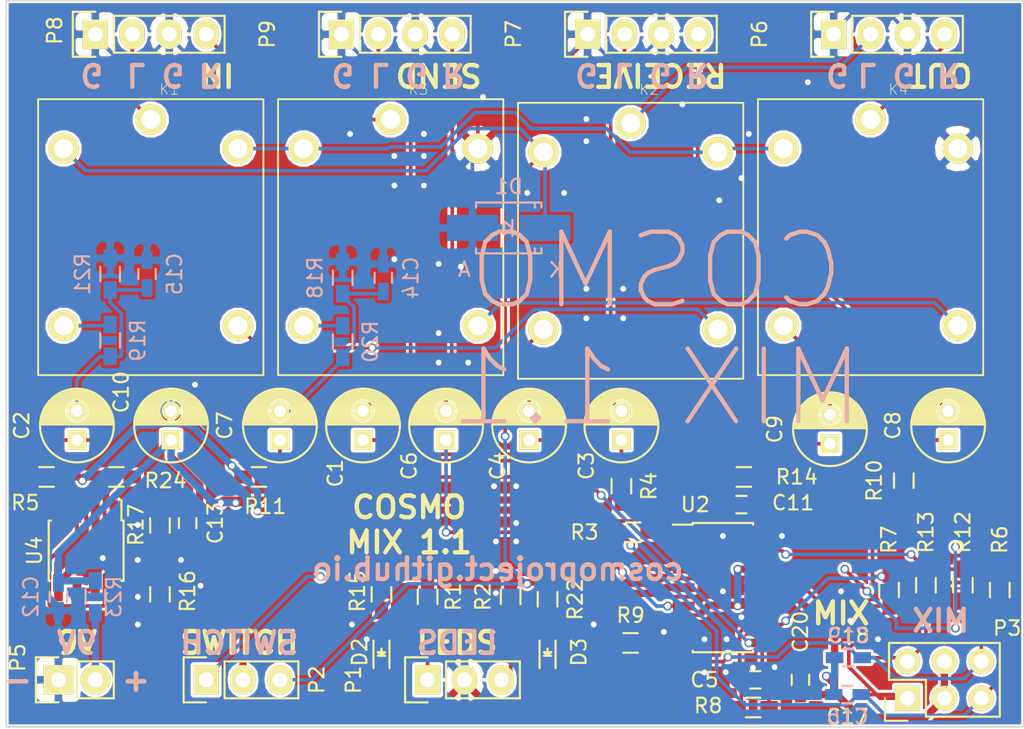
<source format=kicad_pcb>
(kicad_pcb (version 4) (host pcbnew 4.0.1-stable)
  (layers (0 F.Cu signal) (31 B.Cu signal) (34 B.Paste user) (35 F.Paste user) (36 B.SilkS user) (37 F.SilkS user) (38 B.Mask user) (39 F.Mask user) (44 Edge.Cuts user))
  (net 0 "")
  (net 1 "Net-(C1-Pad1)")
  (net 2 "Net-(C2-Pad1)")
  (net 3 "Net-(C4-Pad1)")
  (net 4 "Net-(C5-Pad1)")
  (net 5 "Net-(C6-Pad1)")
  (net 6 "Net-(C7-Pad1)")
  (net 7 "Net-(C11-Pad2)")
  (net 8 -5V)
  (net 9 "Net-(C11-Pad1)")
  (net 10 +5V)
  (net 11 "Net-(D1-Pad1)")
  (net 12 "Net-(K1-Pad5)")
  (net 13 /in_left)
  (net 14 /out_left)
  (net 15 "Net-(K3-Pad5)")
  (net 16 /in_right)
  (net 17 /out_right)
  (net 18 "Net-(P1-Pad1)")
  (net 19 "Net-(P1-Pad3)")
  (net 20 "Net-(P2-Pad1)")
  (net 21 GND)
  (net 22 "Net-(U4-Pad6)")
  (net 23 "Net-(C15-Pad1)")
  (net 24 "Net-(C14-Pad1)")
  (net 25 "Net-(C16-Pad2)")
  (net 26 "Net-(C17-Pad1)")
  (net 27 "Net-(C18-Pad1)")
  (net 28 "Net-(C19-Pad2)")
  (net 29 "Net-(K1-Pad4)")
  (net 30 "Net-(K3-Pad4)")
  (net 31 "Net-(C13-Pad2)")
  (net 32 "Net-(K1-Pad3)")
  (net 33 "Net-(P5-Pad2)")
  (net 34 "Net-(R24-Pad2)")
  (net 35 "Net-(D2-Pad2)")
  (net 36 "Net-(D3-Pad2)")
  (net 37 /send_left)
  (net 38 "Net-(C3-Pad1)")
  (net 39 /receive_left)
  (net 40 "Net-(C4-Pad2)")
  (net 41 /send_right)
  (net 42 "Net-(C8-Pad1)")
  (net 43 /receive_right)
  (net 44 "Net-(C9-Pad2)")
  (module Housings_SOIC:SOIC-14_3.9x8.7mm_Pitch1.27mm (layer F.Cu) (at 194.31 105.41)
    (fp_text reference U2 (at -1.905 -5.715) (layer F.SilkS))
    (fp_text value TL074)
    (pad 1 smd rect (at -2.7 -3.81) (size 1.5 0.6) (layers F.Cu F.Paste F.Mask) (net 1 "Net-(C1-Pad1)"))
    (pad 2 smd rect (at -2.7 -2.54) (size 1.5 0.6) (layers F.Cu F.Paste F.Mask) (net 1 "Net-(C1-Pad1)"))
    (pad 3 smd rect (at -2.7 -1.27) (size 1.5 0.6) (layers F.Cu F.Paste F.Mask) (net 2 "Net-(C2-Pad1)"))
    (pad 4 smd rect (at -2.7 0) (size 1.5 0.6) (layers F.Cu F.Paste F.Mask) (net 10 +5V))
    (pad 5 smd rect (at -2.7 1.27) (size 1.5 0.6) (layers F.Cu F.Paste F.Mask) (net 6 "Net-(C7-Pad1)"))
    (pad 6 smd rect (at -2.7 2.54) (size 1.5 0.6) (layers F.Cu F.Paste F.Mask) (net 5 "Net-(C6-Pad1)"))
    (pad 7 smd rect (at -2.7 3.81) (size 1.5 0.6) (layers F.Cu F.Paste F.Mask) (net 5 "Net-(C6-Pad1)"))
    (pad 8 smd rect (at 2.7 3.81) (size 1.5 0.6) (layers F.Cu F.Paste F.Mask) (net 3 "Net-(C4-Pad1)"))
    (pad 9 smd rect (at 2.7 2.54) (size 1.5 0.6) (layers F.Cu F.Paste F.Mask) (net 4 "Net-(C5-Pad1)"))
    (pad 10 smd rect (at 2.7 1.27) (size 1.5 0.6) (layers F.Cu F.Paste F.Mask) (net 21 GND))
    (pad 11 smd rect (at 2.7 0) (size 1.5 0.6) (layers F.Cu F.Paste F.Mask) (net 8 -5V))
    (pad 12 smd rect (at 2.7 -1.27) (size 1.5 0.6) (layers F.Cu F.Paste F.Mask) (net 21 GND))
    (pad 13 smd rect (at 2.7 -2.54) (size 1.5 0.6) (layers F.Cu F.Paste F.Mask) (net 9 "Net-(C11-Pad1)"))
    (pad 14 smd rect (at 2.7 -3.81) (size 1.5 0.6) (layers F.Cu F.Paste F.Mask) (net 7 "Net-(C11-Pad2)"))
  )
  (module Pin_Headers:Pin_Header_Straight_1x04 (layer F.Cu) (at 168.063333 67.31 90)
    (fp_text reference P9 (at 0 -5.1 90) (layer F.SilkS))
    (fp_text value SEND)
    (pad 1 thru_hole rect (at 0 0 90) (size 2.032 1.7272) (drill 1.016) (layers *.Cu *.Mask F.SilkS) (net 8 -5V))
    (pad 2 thru_hole oval (at 0 2.54 90) (size 2.032 1.7272) (drill 1.016) (layers *.Cu *.Mask F.SilkS) (net 37 /send_left))
    (pad 3 thru_hole oval (at 0 5.08 90) (size 2.032 1.7272) (drill 1.016) (layers *.Cu *.Mask F.SilkS) (net 8 -5V))
    (pad 4 thru_hole oval (at 0 7.62 90) (size 2.032 1.7272) (drill 1.016) (layers *.Cu *.Mask F.SilkS) (net 41 /send_right))
  )
  (module RELAY-HLS8L-DC5V-S-C_5P-19X15MM_:REY5-19.0X15.0X15.0MM (layer F.Cu) (at 171.45 81.28 270)
    (fp_text reference K3 (at -10.16 -1.905 360) (layer F.SilkS) (effects (font (size 0.7 0.7) (thickness 0.05))))
    (fp_text value "RELAY-HLS8L-DC5V-S-C(5P-19X15MM)" hide)
    (pad 3 thru_hole circle (at -6.1 -6 270) (size 2.1 2.1) (drill 1.3) (layers *.Cu *.Mask F.SilkS) (net 8 -5V))
    (pad 5 thru_hole circle (at 6.1 -6 270) (size 2.1 2.1) (drill 1.3) (layers *.Cu *.Mask F.SilkS) (net 15 "Net-(K3-Pad5)"))
    (pad 2 thru_hole circle (at -6.1 6 270) (size 2.1 2.1) (drill 1.3) (layers *.Cu *.Mask F.SilkS) (net 32 "Net-(K1-Pad3)"))
    (pad 4 thru_hole circle (at 6.1 6 270) (size 2.1 2.1) (drill 1.3) (layers *.Cu *.Mask F.SilkS) (net 30 "Net-(K3-Pad4)"))
    (pad 1 thru_hole circle (at -8.1 0 270) (size 2.1 2.1) (drill 1.3) (layers *.Cu *.Mask F.SilkS) (net 16 /in_right))
  )
  (module Pin_Headers:Pin_Header_Straight_1x04 (layer F.Cu) (at 151.13 67.31 90)
    (fp_text reference P8 (at 0.254 -2.794 90) (layer F.SilkS))
    (fp_text value IN)
    (pad 1 thru_hole rect (at 0 0 90) (size 2.032 1.7272) (drill 1.016) (layers *.Cu *.Mask F.SilkS) (net 8 -5V))
    (pad 2 thru_hole oval (at 0 2.54 90) (size 2.032 1.7272) (drill 1.016) (layers *.Cu *.Mask F.SilkS) (net 13 /in_left))
    (pad 3 thru_hole oval (at 0 5.08 90) (size 2.032 1.7272) (drill 1.016) (layers *.Cu *.Mask F.SilkS) (net 8 -5V))
    (pad 4 thru_hole oval (at 0 7.62 90) (size 2.032 1.7272) (drill 1.016) (layers *.Cu *.Mask F.SilkS) (net 16 /in_right))
  )
  (module Resistors_SMD:R_0603_HandSoldering (layer F.Cu) (at 173.99 106.045 90)
    (fp_text reference R1 (at 0 1.778 90) (layer F.SilkS))
    (fp_text value 180)
    (pad 1 smd rect (at -1.1 0 90) (size 1.2 0.9) (layers F.Cu F.Paste F.Mask) (net 18 "Net-(P1-Pad1)"))
    (pad 2 smd rect (at 1.1 0 90) (size 1.2 0.9) (layers F.Cu F.Paste F.Mask) (net 20 "Net-(P2-Pad1)"))
  )
  (module Resistors_SMD:R_0603_HandSoldering (layer F.Cu) (at 179.705 106.045 90)
    (fp_text reference R2 (at 0 -1.9 90) (layer F.SilkS))
    (fp_text value 150)
    (pad 1 smd rect (at -1.1 0 90) (size 1.2 0.9) (layers F.Cu F.Paste F.Mask) (net 19 "Net-(P1-Pad3)"))
    (pad 2 smd rect (at 1.1 0 90) (size 1.2 0.9) (layers F.Cu F.Paste F.Mask) (net 11 "Net-(D1-Pad1)"))
  )
  (module Resistors_SMD:R_0603_HandSoldering (layer F.Cu) (at 182.245 106.215 270)
    (fp_text reference R22 (at 0 -1.9 270) (layer F.SilkS))
    (fp_text value 150)
    (pad 1 smd rect (at -1.1 0 270) (size 1.2 0.9) (layers F.Cu F.Paste F.Mask) (net 11 "Net-(D1-Pad1)"))
    (pad 2 smd rect (at 1.1 0 270) (size 1.2 0.9) (layers F.Cu F.Paste F.Mask) (net 36 "Net-(D3-Pad2)"))
  )
  (module Resistors_SMD:R_0603_HandSoldering (layer F.Cu) (at 147.785 97.79)
    (fp_text reference R5 (at -1.481 1.778) (layer F.SilkS))
    (fp_text value 1M)
    (pad 1 smd rect (at -1.1 0) (size 1.2 0.9) (layers F.Cu F.Paste F.Mask) (net 2 "Net-(C2-Pad1)"))
    (pad 2 smd rect (at 1.1 0) (size 1.2 0.9) (layers F.Cu F.Paste F.Mask) (net 21 GND))
  )
  (module Resistors_SMD:R_0603_HandSoldering (layer F.Cu) (at 162.39 97.79 180)
    (fp_text reference R11 (at -0.424 -2.032 180) (layer F.SilkS))
    (fp_text value 1M)
    (pad 1 smd rect (at -1.1 0 180) (size 1.2 0.9) (layers F.Cu F.Paste F.Mask) (net 6 "Net-(C7-Pad1)"))
    (pad 2 smd rect (at 1.1 0 180) (size 1.2 0.9) (layers F.Cu F.Paste F.Mask) (net 21 GND))
  )
  (module Resistors_SMD:R_0603_HandSoldering (layer F.Cu) (at 155.575 101.135 90)
    (fp_text reference R17 (at 0.043 -1.651 90) (layer F.SilkS))
    (fp_text value 47k)
    (pad 1 smd rect (at -1.1 0 90) (size 1.2 0.9) (layers F.Cu F.Paste F.Mask) (net 31 "Net-(C13-Pad2)"))
    (pad 2 smd rect (at 1.1 0 90) (size 1.2 0.9) (layers F.Cu F.Paste F.Mask) (net 8 -5V))
  )
  (module Resistors_SMD:R_0603_HandSoldering (layer F.Cu) (at 155.575 105.875 90)
    (fp_text reference R16 (at 0.211 1.905 90) (layer F.SilkS))
    (fp_text value 47k)
    (pad 1 smd rect (at -1.1 0 90) (size 1.2 0.9) (layers F.Cu F.Paste F.Mask) (net 10 +5V))
    (pad 2 smd rect (at 1.1 0 90) (size 1.2 0.9) (layers F.Cu F.Paste F.Mask) (net 31 "Net-(C13-Pad2)"))
  )
  (module Housings_SOIC:SOIC-8_3.9x4.9mm_Pitch1.27mm (layer F.Cu) (at 150.495 102.87 270)
    (fp_text reference U4 (at 0 3.556 270) (layer F.SilkS))
    (fp_text value LM358)
    (pad 1 smd rect (at -2.7 -1.905 270) (size 1.55 0.6) (layers F.Cu F.Paste F.Mask) (net 34 "Net-(R24-Pad2)"))
    (pad 2 smd rect (at -2.7 -0.635 270) (size 1.55 0.6) (layers F.Cu F.Paste F.Mask) (net 21 GND))
    (pad 3 smd rect (at -2.7 0.635 270) (size 1.55 0.6) (layers F.Cu F.Paste F.Mask) (net 31 "Net-(C13-Pad2)"))
    (pad 4 smd rect (at -2.7 1.905 270) (size 1.55 0.6) (layers F.Cu F.Paste F.Mask) (net 8 -5V))
    (pad 5 smd rect (at 2.7 1.905 270) (size 1.55 0.6) (layers F.Cu F.Paste F.Mask) (net 21 GND))
    (pad 6 smd rect (at 2.7 0.635 270) (size 1.55 0.6) (layers F.Cu F.Paste F.Mask) (net 22 "Net-(U4-Pad6)"))
    (pad 7 smd rect (at 2.7 -0.635 270) (size 1.55 0.6) (layers F.Cu F.Paste F.Mask) (net 22 "Net-(U4-Pad6)"))
    (pad 8 smd rect (at 2.7 -1.905 270) (size 1.55 0.6) (layers F.Cu F.Paste F.Mask) (net 10 +5V))
  )
  (module Resistors_SMD:R_0603_HandSoldering (layer F.Cu) (at 152.57 97.79)
    (fp_text reference R24 (at 3.386 0.254) (layer F.SilkS))
    (fp_text value 12)
    (pad 1 smd rect (at -1.1 0) (size 1.2 0.9) (layers F.Cu F.Paste F.Mask) (net 21 GND))
    (pad 2 smd rect (at 1.1 0) (size 1.2 0.9) (layers F.Cu F.Paste F.Mask) (net 34 "Net-(R24-Pad2)"))
  )
  (module Resistors_SMD:R_0603_HandSoldering (layer B.Cu) (at 151.13 106.045 270)
    (fp_text reference R23 (at 0 -1.27 270) (layer B.SilkS) (effects (justify mirror)))
    (fp_text value 12)
    (pad 1 smd rect (at -1.1 0 270) (size 1.2 0.9) (layers B.Cu B.Paste B.Mask) (net 10 +5V))
    (pad 2 smd rect (at 1.1 0 270) (size 1.2 0.9) (layers B.Cu B.Paste B.Mask) (net 33 "Net-(P5-Pad2)"))
  )
  (module Resistors_SMD:R_0603_HandSoldering (layer F.Cu) (at 170.815 105.875 90)
    (fp_text reference R15 (at 0.211 -1.651 270) (layer F.SilkS))
    (fp_text value 180)
    (pad 1 smd rect (at -1.1 0 90) (size 1.2 0.9) (layers F.Cu F.Paste F.Mask) (net 35 "Net-(D2-Pad2)"))
    (pad 2 smd rect (at 1.1 0 90) (size 1.2 0.9) (layers F.Cu F.Paste F.Mask) (net 20 "Net-(P2-Pad1)"))
  )
  (module RELAY-HLS8L-DC5V-S-C_5P-19X15MM_:REY5-19.0X15.0X15.0MM (layer F.Cu) (at 154.94 81.28 270)
    (fp_text reference K1 (at -10.16 -1.27 360) (layer F.SilkS) (effects (font (size 0.7 0.7) (thickness 0.05))))
    (fp_text value "RELAY-HLS8L-DC5V-S-C(5P-19X15MM)" hide)
    (pad 3 thru_hole circle (at -6.1 -6 270) (size 2.1 2.1) (drill 1.3) (layers *.Cu *.Mask F.SilkS) (net 32 "Net-(K1-Pad3)"))
    (pad 5 thru_hole circle (at 6.1 -6 270) (size 2.1 2.1) (drill 1.3) (layers *.Cu *.Mask F.SilkS) (net 12 "Net-(K1-Pad5)"))
    (pad 2 thru_hole circle (at -6.1 6 270) (size 2.1 2.1) (drill 1.3) (layers *.Cu *.Mask F.SilkS) (net 11 "Net-(D1-Pad1)"))
    (pad 4 thru_hole circle (at 6.1 6 270) (size 2.1 2.1) (drill 1.3) (layers *.Cu *.Mask F.SilkS) (net 29 "Net-(K1-Pad4)"))
    (pad 1 thru_hole circle (at -8.1 0 270) (size 2.1 2.1) (drill 1.3) (layers *.Cu *.Mask F.SilkS) (net 13 /in_left))
  )
  (module Resistors_SMD:R_0603_HandSoldering (layer F.Cu) (at 187.96 109.22)
    (fp_text reference R9 (at 0 -1.9) (layer F.SilkS))
    (fp_text value 47k)
    (pad 1 smd rect (at -1.1 0) (size 1.2 0.9) (layers F.Cu F.Paste F.Mask) (net 28 "Net-(C19-Pad2)"))
    (pad 2 smd rect (at 1.1 0) (size 1.2 0.9) (layers F.Cu F.Paste F.Mask) (net 5 "Net-(C6-Pad1)"))
  )
  (module Resistors_SMD:R_0603_HandSoldering (layer F.Cu) (at 195.75 97.79)
    (fp_text reference R14 (at 3.64 0) (layer F.SilkS))
    (fp_text value 100k)
    (pad 1 smd rect (at -1.1 0) (size 1.2 0.9) (layers F.Cu F.Paste F.Mask) (net 9 "Net-(C11-Pad1)"))
    (pad 2 smd rect (at 1.1 0) (size 1.2 0.9) (layers F.Cu F.Paste F.Mask) (net 7 "Net-(C11-Pad2)"))
  )
  (module Resistors_SMD:R_0603_HandSoldering (layer F.Cu) (at 188.13 101.6)
    (fp_text reference R3 (at -3.345 0) (layer F.SilkS))
    (fp_text value 47k)
    (pad 1 smd rect (at -1.1 0) (size 1.2 0.9) (layers F.Cu F.Paste F.Mask) (net 25 "Net-(C16-Pad2)"))
    (pad 2 smd rect (at 1.1 0) (size 1.2 0.9) (layers F.Cu F.Paste F.Mask) (net 1 "Net-(C1-Pad1)"))
  )
  (module Resistors_SMD:R_0603_HandSoldering (layer F.Cu) (at 187.325 98.425 270)
    (fp_text reference R4 (at 0 -1.9 270) (layer F.SilkS))
    (fp_text value 47k)
    (pad 1 smd rect (at -1.1 0 270) (size 1.2 0.9) (layers F.Cu F.Paste F.Mask) (net 38 "Net-(C3-Pad1)"))
    (pad 2 smd rect (at 1.1 0 270) (size 1.2 0.9) (layers F.Cu F.Paste F.Mask) (net 26 "Net-(C17-Pad1)"))
  )
  (module Pin_Headers:Pin_Header_Straight_1x04 (layer F.Cu) (at 201.929999 67.31 90)
    (fp_text reference P6 (at 0 -5.1 90) (layer F.SilkS))
    (fp_text value OUT)
    (pad 1 thru_hole rect (at 0 0 90) (size 2.032 1.7272) (drill 1.016) (layers *.Cu *.Mask F.SilkS) (net 8 -5V))
    (pad 2 thru_hole oval (at 0 2.54 90) (size 2.032 1.7272) (drill 1.016) (layers *.Cu *.Mask F.SilkS) (net 14 /out_left))
    (pad 3 thru_hole oval (at 0 5.08 90) (size 2.032 1.7272) (drill 1.016) (layers *.Cu *.Mask F.SilkS) (net 8 -5V))
    (pad 4 thru_hole oval (at 0 7.62 90) (size 2.032 1.7272) (drill 1.016) (layers *.Cu *.Mask F.SilkS) (net 17 /out_right))
  )
  (module RELAY-HLS8L-DC5V-S-C_5P-19X15MM_:REY5-19.0X15.0X15.0MM (layer F.Cu) (at 187.96 81.53 270)
    (fp_text reference K2 (at -10.41 -1.27 360) (layer F.SilkS) (effects (font (size 0.7 0.7) (thickness 0.05))))
    (fp_text value "RELAY-HLS8L-DC5V-S-C(5P-19X15MM)" hide)
    (pad 3 thru_hole circle (at -6.1 -6 270) (size 2.1 2.1) (drill 1.3) (layers *.Cu *.Mask F.SilkS) (net 32 "Net-(K1-Pad3)"))
    (pad 5 thru_hole circle (at 6.1 -6 270) (size 2.1 2.1) (drill 1.3) (layers *.Cu *.Mask F.SilkS) (net 12 "Net-(K1-Pad5)"))
    (pad 2 thru_hole circle (at -6.1 6 270) (size 2.1 2.1) (drill 1.3) (layers *.Cu *.Mask F.SilkS) (net 11 "Net-(D1-Pad1)"))
    (pad 4 thru_hole circle (at 6.1 6 270) (size 2.1 2.1) (drill 1.3) (layers *.Cu *.Mask F.SilkS) (net 40 "Net-(C4-Pad2)"))
    (pad 1 thru_hole circle (at -8.1 0 270) (size 2.1 2.1) (drill 1.3) (layers *.Cu *.Mask F.SilkS) (net 14 /out_left))
  )
  (module RELAY-HLS8L-DC5V-S-C_5P-19X15MM_:REY5-19.0X15.0X15.0MM (layer F.Cu) (at 204.47 81.28 270)
    (fp_text reference K4 (at -10.16 -1.905 360) (layer F.SilkS) (effects (font (size 0.7 0.7) (thickness 0.05))))
    (fp_text value "RELAY-HLS8L-DC5V-S-C(5P-19X15MM)" hide)
    (pad 3 thru_hole circle (at -6.1 -6 270) (size 2.1 2.1) (drill 1.3) (layers *.Cu *.Mask F.SilkS) (net 8 -5V))
    (pad 5 thru_hole circle (at 6.1 -6 270) (size 2.1 2.1) (drill 1.3) (layers *.Cu *.Mask F.SilkS) (net 15 "Net-(K3-Pad5)"))
    (pad 2 thru_hole circle (at -6.1 6 270) (size 2.1 2.1) (drill 1.3) (layers *.Cu *.Mask F.SilkS) (net 32 "Net-(K1-Pad3)"))
    (pad 4 thru_hole circle (at 6.1 6 270) (size 2.1 2.1) (drill 1.3) (layers *.Cu *.Mask F.SilkS) (net 44 "Net-(C9-Pad2)"))
    (pad 1 thru_hole circle (at -8.1 0 270) (size 2.1 2.1) (drill 1.3) (layers *.Cu *.Mask F.SilkS) (net 17 /out_right))
  )
  (module Pin_Headers:Pin_Header_Straight_1x04 (layer F.Cu) (at 184.996666 67.31 90)
    (fp_text reference P7 (at 0 -5.1 90) (layer F.SilkS))
    (fp_text value RECEIVE)
    (pad 1 thru_hole rect (at 0 0 90) (size 2.032 1.7272) (drill 1.016) (layers *.Cu *.Mask F.SilkS) (net 8 -5V))
    (pad 2 thru_hole oval (at 0 2.54 90) (size 2.032 1.7272) (drill 1.016) (layers *.Cu *.Mask F.SilkS) (net 39 /receive_left))
    (pad 3 thru_hole oval (at 0 5.08 90) (size 2.032 1.7272) (drill 1.016) (layers *.Cu *.Mask F.SilkS) (net 8 -5V))
    (pad 4 thru_hole oval (at 0 7.62 90) (size 2.032 1.7272) (drill 1.016) (layers *.Cu *.Mask F.SilkS) (net 43 /receive_right))
  )
  (module Pin_Headers:Pin_Header_Straight_2x03 (layer F.Cu) (at 207.01 113.03 90)
    (fp_text reference P3 (at 4.826 6.858 180) (layer F.SilkS))
    (fp_text value DRYWET)
    (pad 1 thru_hole rect (at 0 0 90) (size 1.7272 1.7272) (drill 1.016) (layers *.Cu *.Mask F.SilkS) (net 26 "Net-(C17-Pad1)"))
    (pad 2 thru_hole oval (at 2.54 0 90) (size 1.7272 1.7272) (drill 1.016) (layers *.Cu *.Mask F.SilkS) (net 27 "Net-(C18-Pad1)"))
    (pad 3 thru_hole oval (at 0 2.54 90) (size 1.7272 1.7272) (drill 1.016) (layers *.Cu *.Mask F.SilkS) (net 21 GND))
    (pad 4 thru_hole oval (at 2.54 2.54 90) (size 1.7272 1.7272) (drill 1.016) (layers *.Cu *.Mask F.SilkS) (net 21 GND))
    (pad 5 thru_hole oval (at 0 5.08 90) (size 1.7272 1.7272) (drill 1.016) (layers *.Cu *.Mask F.SilkS) (net 25 "Net-(C16-Pad2)"))
    (pad 6 thru_hole oval (at 2.54 5.08 90) (size 1.7272 1.7272) (drill 1.016) (layers *.Cu *.Mask F.SilkS) (net 28 "Net-(C19-Pad2)"))
  )
  (module Resistors_SMD:R_0603_HandSoldering (layer F.Cu) (at 213.36 105.58 270)
    (fp_text reference R6 (at -3.472 0 270) (layer F.SilkS))
    (fp_text value 47k)
    (pad 1 smd rect (at -1.1 0 270) (size 1.2 0.9) (layers F.Cu F.Paste F.Mask) (net 4 "Net-(C5-Pad1)"))
    (pad 2 smd rect (at 1.1 0 270) (size 1.2 0.9) (layers F.Cu F.Paste F.Mask) (net 25 "Net-(C16-Pad2)"))
  )
  (module Resistors_SMD:R_0603_HandSoldering (layer F.Cu) (at 205.74 105.58 270)
    (fp_text reference R7 (at -3.472 0 270) (layer F.SilkS))
    (fp_text value 47k)
    (pad 1 smd rect (at -1.1 0 270) (size 1.2 0.9) (layers F.Cu F.Paste F.Mask) (net 4 "Net-(C5-Pad1)"))
    (pad 2 smd rect (at 1.1 0 270) (size 1.2 0.9) (layers F.Cu F.Paste F.Mask) (net 26 "Net-(C17-Pad1)"))
  )
  (module Resistors_SMD:R_0603_HandSoldering (layer F.Cu) (at 206.756 98.044 270)
    (fp_text reference R10 (at 0 2.032 270) (layer F.SilkS))
    (fp_text value 47k)
    (pad 1 smd rect (at -1.1 0 270) (size 1.2 0.9) (layers F.Cu F.Paste F.Mask) (net 42 "Net-(C8-Pad1)"))
    (pad 2 smd rect (at 1.1 0 270) (size 1.2 0.9) (layers F.Cu F.Paste F.Mask) (net 27 "Net-(C18-Pad1)"))
  )
  (module Resistors_SMD:R_0603_HandSoldering (layer F.Cu) (at 210.82 105.24 270)
    (fp_text reference R12 (at -3.64 0 270) (layer F.SilkS))
    (fp_text value 47k)
    (pad 1 smd rect (at -1.1 0 270) (size 1.2 0.9) (layers F.Cu F.Paste F.Mask) (net 9 "Net-(C11-Pad1)"))
    (pad 2 smd rect (at 1.1 0 270) (size 1.2 0.9) (layers F.Cu F.Paste F.Mask) (net 28 "Net-(C19-Pad2)"))
  )
  (module Resistors_SMD:R_0603_HandSoldering (layer F.Cu) (at 208.28 105.24 270)
    (fp_text reference R13 (at -3.64 0 450) (layer F.SilkS))
    (fp_text value 47k)
    (pad 1 smd rect (at -1.1 0 270) (size 1.2 0.9) (layers F.Cu F.Paste F.Mask) (net 9 "Net-(C11-Pad1)"))
    (pad 2 smd rect (at 1.1 0 270) (size 1.2 0.9) (layers F.Cu F.Paste F.Mask) (net 27 "Net-(C18-Pad1)"))
  )
  (module Capacitors_SMD:C_0603_HandSoldering (layer F.Cu) (at 202.88 112.776 180)
    (fp_text reference C17 (at 0 -1.524 180) (layer F.SilkS))
    (fp_text value 100p)
    (pad 1 smd rect (at -0.95 0 180) (size 1.2 0.75) (layers F.Cu F.Paste F.Mask) (net 26 "Net-(C17-Pad1)"))
    (pad 2 smd rect (at 0.95 0 180) (size 1.2 0.75) (layers F.Cu F.Paste F.Mask) (net 21 GND))
  )
  (module Resistors_SMD:R_0603_HandSoldering (layer F.Cu) (at 196.385 113.665)
    (fp_text reference R8 (at -3.091 -0.127) (layer F.SilkS))
    (fp_text value 100k)
    (pad 1 smd rect (at -1.1 0) (size 1.2 0.9) (layers F.Cu F.Paste F.Mask) (net 4 "Net-(C5-Pad1)"))
    (pad 2 smd rect (at 1.1 0) (size 1.2 0.9) (layers F.Cu F.Paste F.Mask) (net 3 "Net-(C4-Pad1)"))
  )
  (module Capacitors_SMD:C_0603_HandSoldering (layer F.Cu) (at 202.946 110.236 180)
    (fp_text reference C18 (at 0 1.524 180) (layer F.SilkS))
    (fp_text value 100p)
    (pad 1 smd rect (at -0.95 0 180) (size 1.2 0.75) (layers F.Cu F.Paste F.Mask) (net 27 "Net-(C18-Pad1)"))
    (pad 2 smd rect (at 0.95 0 180) (size 1.2 0.75) (layers F.Cu F.Paste F.Mask) (net 21 GND))
  )
  (module Capacitors_SMD:C_0603_HandSoldering (layer F.Cu) (at 199.644 111.76 90)
    (fp_text reference C20 (at 3.302 0 90) (layer F.SilkS))
    (fp_text value 100n)
    (pad 1 smd rect (at -0.95 0 90) (size 1.2 0.75) (layers F.Cu F.Paste F.Mask) (net 21 GND))
    (pad 2 smd rect (at 0.95 0 90) (size 1.2 0.75) (layers F.Cu F.Paste F.Mask) (net 8 -5V))
  )
  (module Resistors_SMD:R_0603_HandSoldering (layer B.Cu) (at 168.148 88.476 90)
    (fp_text reference R20 (at 0 1.9 90) (layer B.SilkS) (effects (justify mirror)))
    (fp_text value 470)
    (pad 1 smd rect (at -1.1 0 90) (size 1.2 0.9) (layers B.Cu B.Paste B.Mask) (net 24 "Net-(C14-Pad1)"))
    (pad 2 smd rect (at 1.1 0 90) (size 1.2 0.9) (layers B.Cu B.Paste B.Mask) (net 30 "Net-(K3-Pad4)"))
  )
  (module Resistors_SMD:R_0603_HandSoldering (layer B.Cu) (at 152.146 88.392 90)
    (fp_text reference R19 (at 0 1.9 90) (layer B.SilkS) (effects (justify mirror)))
    (fp_text value 470)
    (pad 1 smd rect (at -1.1 0 90) (size 1.2 0.9) (layers B.Cu B.Paste B.Mask) (net 23 "Net-(C15-Pad1)"))
    (pad 2 smd rect (at 1.1 0 90) (size 1.2 0.9) (layers B.Cu B.Paste B.Mask) (net 29 "Net-(K1-Pad4)"))
  )
  (module Capacitors_SMD:C_0603_HandSoldering (layer B.Cu) (at 154.686 83.82 90)
    (fp_text reference C15 (at 0 1.9 90) (layer B.SilkS) (effects (justify mirror)))
    (fp_text value 10n)
    (pad 1 smd rect (at -0.95 0 90) (size 1.2 0.75) (layers B.Cu B.Paste B.Mask) (net 23 "Net-(C15-Pad1)"))
    (pad 2 smd rect (at 0.95 0 90) (size 1.2 0.75) (layers B.Cu B.Paste B.Mask) (net 8 -5V))
  )
  (module Resistors_SMD:R_0603_HandSoldering (layer B.Cu) (at 168.148 84.074 270)
    (fp_text reference R18 (at 0 1.9 270) (layer B.SilkS) (effects (justify mirror)))
    (fp_text value 1M)
    (pad 1 smd rect (at -1.1 0 270) (size 1.2 0.9) (layers B.Cu B.Paste B.Mask) (net 8 -5V))
    (pad 2 smd rect (at 1.1 0 270) (size 1.2 0.9) (layers B.Cu B.Paste B.Mask) (net 24 "Net-(C14-Pad1)"))
  )
  (module Resistors_SMD:R_0603_HandSoldering (layer B.Cu) (at 152.146 83.82 270)
    (fp_text reference R21 (at 0 1.9 270) (layer B.SilkS) (effects (justify mirror)))
    (fp_text value 1M)
    (pad 1 smd rect (at -1.1 0 270) (size 1.2 0.9) (layers B.Cu B.Paste B.Mask) (net 8 -5V))
    (pad 2 smd rect (at 1.1 0 270) (size 1.2 0.9) (layers B.Cu B.Paste B.Mask) (net 23 "Net-(C15-Pad1)"))
  )
  (module Capacitors_SMD:C_0603_HandSoldering (layer B.Cu) (at 202.88 112.776)
    (fp_text reference C16 (at 0 1.524) (layer B.SilkS) (effects (justify mirror)))
    (fp_text value 100p)
    (pad 1 smd rect (at -0.95 0) (size 1.2 0.75) (layers B.Cu B.Paste B.Mask) (net 21 GND))
    (pad 2 smd rect (at 0.95 0) (size 1.2 0.75) (layers B.Cu B.Paste B.Mask) (net 25 "Net-(C16-Pad2)"))
  )
  (module Capacitors_SMD:C_0603_HandSoldering (layer B.Cu) (at 170.942 84.074 90)
    (fp_text reference C14 (at 0 1.9 90) (layer B.SilkS) (effects (justify mirror)))
    (fp_text value 10n)
    (pad 1 smd rect (at -0.95 0 90) (size 1.2 0.75) (layers B.Cu B.Paste B.Mask) (net 24 "Net-(C14-Pad1)"))
    (pad 2 smd rect (at 0.95 0 90) (size 1.2 0.75) (layers B.Cu B.Paste B.Mask) (net 8 -5V))
  )
  (module Capacitors_SMD:C_0603_HandSoldering (layer B.Cu) (at 202.946 110.236)
    (fp_text reference C19 (at 0 -1.524) (layer B.SilkS) (effects (justify mirror)))
    (fp_text value 100p)
    (pad 1 smd rect (at -0.95 0) (size 1.2 0.75) (layers B.Cu B.Paste B.Mask) (net 21 GND))
    (pad 2 smd rect (at 0.95 0) (size 1.2 0.75) (layers B.Cu B.Paste B.Mask) (net 28 "Net-(C19-Pad2)"))
  )
  (module Diodes_SMD:SMA_Handsoldering (layer B.Cu) (at 179.57038 80.645 180)
    (fp_text reference D1 (at 0 2.85 180) (layer B.SilkS) (effects (justify mirror)))
    (fp_text value D)
    (fp_text user K (at -3.25 -2.9 180) (layer B.SilkS) (effects (justify mirror)))
    (fp_text user A (at 3.05 -2.85 180) (layer B.SilkS) (effects (justify mirror)))
    (pad 1 smd rect (at -2.49936 0 180) (size 3.50012 1.80086) (layers B.Cu B.Paste B.Mask) (net 11 "Net-(D1-Pad1)"))
    (pad 2 smd rect (at 2.49936 0 180) (size 3.50012 1.80086) (layers B.Cu B.Paste B.Mask) (net 8 -5V))
  )
  (module LEDs:LED-0603 (layer F.Cu) (at 170.815 109.855 90)
    (fp_text reference D2 (at 0 -1.5 90) (layer F.SilkS))
    (fp_text value RED)
    (pad 2 smd rect (at 0.7493 0 270) (size 0.79756 0.79756) (layers F.Cu F.Paste F.Mask) (net 35 "Net-(D2-Pad2)"))
    (pad 1 smd rect (at -0.7493 0 270) (size 0.79756 0.79756) (layers F.Cu F.Paste F.Mask) (net 8 -5V))
  )
  (module LEDs:LED-0603 (layer F.Cu) (at 182.245 109.855 90)
    (fp_text reference D3 (at 0 2.159 90) (layer F.SilkS))
    (fp_text value GREEN)
    (pad 2 smd rect (at 0.7493 0 270) (size 0.79756 0.79756) (layers F.Cu F.Paste F.Mask) (net 36 "Net-(D3-Pad2)"))
    (pad 1 smd rect (at -0.7493 0 270) (size 0.79756 0.79756) (layers F.Cu F.Paste F.Mask) (net 8 -5V))
  )
  (module Capacitors_ThroughHole:C_Radial_D5_L11_P2 (layer F.Cu) (at 169.545 95.25 90)
    (fp_text reference C1 (at -2.286 -1.905 90) (layer F.SilkS))
    (fp_text value 100u)
    (pad 1 thru_hole rect (at 0 0 90) (size 1.3 1.3) (drill 0.8) (layers *.Cu *.Mask F.SilkS) (net 1 "Net-(C1-Pad1)"))
    (pad 2 thru_hole circle (at 2 0 90) (size 1.3 1.3) (drill 0.8) (layers *.Cu *.Mask F.SilkS) (net 37 /send_left))
  )
  (module Capacitors_ThroughHole:C_Radial_D5_L11_P2 (layer F.Cu) (at 149.86 95.25 90)
    (fp_text reference C2 (at 1 -3.8 90) (layer F.SilkS))
    (fp_text value 100u)
    (pad 1 thru_hole rect (at 0 0 90) (size 1.3 1.3) (drill 0.8) (layers *.Cu *.Mask F.SilkS) (net 2 "Net-(C2-Pad1)"))
    (pad 2 thru_hole circle (at 2 0 90) (size 1.3 1.3) (drill 0.8) (layers *.Cu *.Mask F.SilkS) (net 23 "Net-(C15-Pad1)"))
  )
  (module Capacitors_ThroughHole:C_Radial_D5_L11_P2 (layer F.Cu) (at 187.325 95.25 90)
    (fp_text reference C3 (at -1.778 -2.413 90) (layer F.SilkS))
    (fp_text value 100u)
    (pad 1 thru_hole rect (at 0 0 90) (size 1.3 1.3) (drill 0.8) (layers *.Cu *.Mask F.SilkS) (net 38 "Net-(C3-Pad1)"))
    (pad 2 thru_hole circle (at 2 0 90) (size 1.3 1.3) (drill 0.8) (layers *.Cu *.Mask F.SilkS) (net 39 /receive_left))
  )
  (module Capacitors_ThroughHole:C_Radial_D5_L11_P2 (layer F.Cu) (at 180.975 95.25 90)
    (fp_text reference C4 (at -1.778 -2.159 90) (layer F.SilkS))
    (fp_text value 100u)
    (pad 1 thru_hole rect (at 0 0 90) (size 1.3 1.3) (drill 0.8) (layers *.Cu *.Mask F.SilkS) (net 3 "Net-(C4-Pad1)"))
    (pad 2 thru_hole circle (at 2 0 90) (size 1.3 1.3) (drill 0.8) (layers *.Cu *.Mask F.SilkS) (net 40 "Net-(C4-Pad2)"))
  )
  (module Capacitors_SMD:C_0603_HandSoldering (layer F.Cu) (at 196.53 111.76)
    (fp_text reference C5 (at -3.49 0) (layer F.SilkS))
    (fp_text value C)
    (pad 1 smd rect (at -0.95 0) (size 1.2 0.75) (layers F.Cu F.Paste F.Mask) (net 4 "Net-(C5-Pad1)"))
    (pad 2 smd rect (at 0.95 0) (size 1.2 0.75) (layers F.Cu F.Paste F.Mask) (net 3 "Net-(C4-Pad1)"))
  )
  (module Capacitors_ThroughHole:C_Radial_D5_L11_P2 (layer F.Cu) (at 175.26 95.25 90)
    (fp_text reference C6 (at -1.778 -2.54 90) (layer F.SilkS))
    (fp_text value 100u)
    (pad 1 thru_hole rect (at 0 0 90) (size 1.3 1.3) (drill 0.8) (layers *.Cu *.Mask F.SilkS) (net 5 "Net-(C6-Pad1)"))
    (pad 2 thru_hole circle (at 2 0 90) (size 1.3 1.3) (drill 0.8) (layers *.Cu *.Mask F.SilkS) (net 41 /send_right))
  )
  (module Capacitors_ThroughHole:C_Radial_D5_L11_P2 (layer F.Cu) (at 163.83 95.25 90)
    (fp_text reference C7 (at 1 -3.8 90) (layer F.SilkS))
    (fp_text value 100u)
    (pad 1 thru_hole rect (at 0 0 90) (size 1.3 1.3) (drill 0.8) (layers *.Cu *.Mask F.SilkS) (net 6 "Net-(C7-Pad1)"))
    (pad 2 thru_hole circle (at 2 0 90) (size 1.3 1.3) (drill 0.8) (layers *.Cu *.Mask F.SilkS) (net 24 "Net-(C14-Pad1)"))
  )
  (module Capacitors_ThroughHole:C_Radial_D5_L11_P2 (layer F.Cu) (at 209.804 95.25 90)
    (fp_text reference C8 (at 1 -3.8 90) (layer F.SilkS))
    (fp_text value 100u)
    (pad 1 thru_hole rect (at 0 0 90) (size 1.3 1.3) (drill 0.8) (layers *.Cu *.Mask F.SilkS) (net 42 "Net-(C8-Pad1)"))
    (pad 2 thru_hole circle (at 2 0 90) (size 1.3 1.3) (drill 0.8) (layers *.Cu *.Mask F.SilkS) (net 43 /receive_right))
  )
  (module Capacitors_ThroughHole:C_Radial_D5_L11_P2 (layer F.Cu) (at 201.676 95.504 90)
    (fp_text reference C9 (at 1 -3.8 90) (layer F.SilkS))
    (fp_text value 100u)
    (pad 1 thru_hole rect (at 0 0 90) (size 1.3 1.3) (drill 0.8) (layers *.Cu *.Mask F.SilkS) (net 7 "Net-(C11-Pad2)"))
    (pad 2 thru_hole circle (at 2 0 90) (size 1.3 1.3) (drill 0.8) (layers *.Cu *.Mask F.SilkS) (net 44 "Net-(C9-Pad2)"))
  )
  (module Capacitors_ThroughHole:C_Radial_D5_L11_P2 (layer F.Cu) (at 156.337 95.25 90)
    (fp_text reference C10 (at 3.302 -3.429 90) (layer F.SilkS))
    (fp_text value 100u)
    (pad 1 thru_hole rect (at 0 0 90) (size 1.3 1.3) (drill 0.8) (layers *.Cu *.Mask F.SilkS) (net 10 +5V))
    (pad 2 thru_hole circle (at 2 0 90) (size 1.3 1.3) (drill 0.8) (layers *.Cu *.Mask F.SilkS) (net 8 -5V))
  )
  (module Capacitors_SMD:C_0603_HandSoldering (layer F.Cu) (at 195.58 99.695)
    (fp_text reference C11 (at 3.556 -0.127) (layer F.SilkS))
    (fp_text value C)
    (pad 1 smd rect (at -0.95 0) (size 1.2 0.75) (layers F.Cu F.Paste F.Mask) (net 9 "Net-(C11-Pad1)"))
    (pad 2 smd rect (at 0.95 0) (size 1.2 0.75) (layers F.Cu F.Paste F.Mask) (net 7 "Net-(C11-Pad2)"))
  )
  (module Capacitors_SMD:C_0603_HandSoldering (layer B.Cu) (at 148.59 106.045 270)
    (fp_text reference C12 (at 0 1.9 270) (layer B.SilkS) (effects (justify mirror)))
    (fp_text value 100n)
    (pad 1 smd rect (at -0.95 0 270) (size 1.2 0.75) (layers B.Cu B.Paste B.Mask) (net 10 +5V))
    (pad 2 smd rect (at 0.95 0 270) (size 1.2 0.75) (layers B.Cu B.Paste B.Mask) (net 8 -5V))
  )
  (module Capacitors_SMD:C_0603_HandSoldering (layer F.Cu) (at 157.48 100.965 270)
    (fp_text reference C13 (at 0 -1.9 270) (layer F.SilkS))
    (fp_text value 100n)
    (pad 1 smd rect (at -0.95 0 270) (size 1.2 0.75) (layers F.Cu F.Paste F.Mask) (net 8 -5V))
    (pad 2 smd rect (at 0.95 0 270) (size 1.2 0.75) (layers F.Cu F.Paste F.Mask) (net 31 "Net-(C13-Pad2)"))
  )
  (module Pin_Headers:Pin_Header_Straight_1x03 (layer F.Cu) (at 173.99 111.76 90)
    (fp_text reference P1 (at 0 -5.1 90) (layer F.SilkS))
    (fp_text value "STATUS LED")
    (pad 1 thru_hole rect (at 0 0 90) (size 2.032 1.7272) (drill 1.016) (layers *.Cu *.Mask F.SilkS) (net 18 "Net-(P1-Pad1)"))
    (pad 2 thru_hole oval (at 0 2.54 90) (size 2.032 1.7272) (drill 1.016) (layers *.Cu *.Mask F.SilkS) (net 8 -5V))
    (pad 3 thru_hole oval (at 0 5.08 90) (size 2.032 1.7272) (drill 1.016) (layers *.Cu *.Mask F.SilkS) (net 19 "Net-(P1-Pad3)"))
  )
  (module Pin_Headers:Pin_Header_Straight_1x03 (layer F.Cu) (at 158.75 111.76 90)
    (fp_text reference P2 (at 0 7.62 90) (layer F.SilkS))
    (fp_text value SWITCH)
    (pad 1 thru_hole rect (at 0 0 90) (size 2.032 1.7272) (drill 1.016) (layers *.Cu *.Mask F.SilkS) (net 20 "Net-(P2-Pad1)"))
    (pad 2 thru_hole oval (at 0 2.54 90) (size 2.032 1.7272) (drill 1.016) (layers *.Cu *.Mask F.SilkS) (net 10 +5V))
    (pad 3 thru_hole oval (at 0 5.08 90) (size 2.032 1.7272) (drill 1.016) (layers *.Cu *.Mask F.SilkS) (net 11 "Net-(D1-Pad1)"))
  )
  (module Pin_Headers:Pin_Header_Straight_1x02 (layer F.Cu) (at 148.59 111.76 90)
    (fp_text reference P5 (at 1.524 -2.794 90) (layer F.SilkS))
    (fp_text value 9V)
    (pad 1 thru_hole rect (at 0 0 90) (size 2.032 2.032) (drill 1.016) (layers *.Cu *.Mask F.SilkS) (net 8 -5V))
    (pad 2 thru_hole oval (at 0 2.54 90) (size 2.032 2.032) (drill 1.016) (layers *.Cu *.Mask F.SilkS) (net 33 "Net-(P5-Pad2)"))
  )
  (gr_text MIX (at 202.438 107.188) (layer F.SilkS) (effects (font (size 1.5 1.5) (thickness 0.3))))
  (gr_text OUT (at 209.296 70.104 180) (layer F.SilkS) (effects (font (size 1.5 1.5) (thickness 0.3))))
  (gr_text RECEIVE (at 189.992 70.104 180) (layer F.SilkS) (effects (font (size 1.5 1.5) (thickness 0.3))))
  (gr_text IN (at 159.512 70.104 180) (layer F.SilkS) (effects (font (size 1.5 1.5) (thickness 0.3))))
  (gr_text "COSMO\nMIX 1.1" (at 172.72 101.092) (layer F.SilkS) (effects (font (size 1.5 1.5) (thickness 0.3))))
  (gr_text LEDS (at 176.022 109.22) (layer F.SilkS) (effects (font (size 1.5 1.5) (thickness 0.3))))
  (gr_text SWITCH (at 161.036 109.22) (layer F.SilkS) (effects (font (size 1.5 1.5) (thickness 0.3))))
  (gr_text 9V (at 149.86 109.22) (layer F.SilkS) (effects (font (size 1.5 1.5) (thickness 0.3))))
  (gr_text + (at 153.924 111.76) (layer F.SilkS) (effects (font (size 1.5 1.5) (thickness 0.3))))
  (gr_text - (at 145.796 111.76) (layer F.SilkS) (effects (font (size 1.5 1.5) (thickness 0.3))))
  (gr_text "SEND\n" (at 174.752 70.104 180) (layer F.SilkS) (effects (font (size 1.5 1.5) (thickness 0.3))))
  (gr_line (start 145 115) (end 215 115) (layer Edge.Cuts) (width 0.1))
  (gr_line (start 215 65) (end 145 65) (layer Edge.Cuts) (width 0.1))
  (gr_line (start 215 115) (end 215 65) (layer Edge.Cuts) (width 0.1))
  (gr_line (start 145 65) (end 145 115) (layer Edge.Cuts) (width 0.1))
  (gr_text L (at 170.688 70.104 180) (layer B.SilkS) (effects (font (size 1.5 1.5) (thickness 0.3)) (justify mirror)))
  (gr_text L (at 153.924 70.104 180) (layer B.SilkS) (effects (font (size 1.5 1.5) (thickness 0.3)) (justify mirror)))
  (gr_text R (at 159.004 70.104 180) (layer B.SilkS) (effects (font (size 1.5 1.5) (thickness 0.3)) (justify mirror)))
  (gr_text G (at 156.464 70.104 180) (layer B.SilkS) (effects (font (size 1.5 1.5) (thickness 0.3)) (justify mirror)))
  (gr_text G (at 168.148 70.104 180) (layer B.SilkS) (effects (font (size 1.5 1.5) (thickness 0.3)) (justify mirror)))
  (gr_text G (at 150.876 70.104 180) (layer B.SilkS) (effects (font (size 1.5 1.5) (thickness 0.3)) (justify mirror)))
  (gr_text 9V (at 149.86 109.22) (layer B.SilkS) (effects (font (size 1.5 1.5) (thickness 0.3)) (justify mirror)))
  (gr_text + (at 153.924 111.76) (layer B.SilkS) (effects (font (size 1.5 1.5) (thickness 0.3)) (justify mirror)))
  (gr_text - (at 145.796 111.76) (layer B.SilkS) (effects (font (size 1.5 1.5) (thickness 0.3)) (justify mirror)))
  (gr_text SWITCH (at 161.036 109.22) (layer B.SilkS) (effects (font (size 1.5 1.5) (thickness 0.3)) (justify mirror)))
  (gr_text cosmoproject.github.io (at 178.816 104.14) (layer B.SilkS) (effects (font (size 1.5 1.5) (thickness 0.3)) (justify mirror)))
  (gr_text LEDS (at 176.022 109.22) (layer B.SilkS) (effects (font (size 1.5 1.5) (thickness 0.3)) (justify mirror)))
  (gr_text G (at 173.228 70.104 180) (layer B.SilkS) (effects (font (size 1.5 1.5) (thickness 0.3)) (justify mirror)))
  (gr_text R (at 175.768 70.104 180) (layer B.SilkS) (effects (font (size 1.5 1.5) (thickness 0.3)) (justify mirror)))
  (gr_text G (at 184.912 70.104 180) (layer B.SilkS) (effects (font (size 1.5 1.5) (thickness 0.3)) (justify mirror)))
  (gr_text G (at 202.184 70.104 180) (layer B.SilkS) (effects (font (size 1.5 1.5) (thickness 0.3)) (justify mirror)))
  (gr_text R (at 192.532 70.104 180) (layer B.SilkS) (effects (font (size 1.5 1.5) (thickness 0.3)) (justify mirror)))
  (gr_text G (at 206.756 70.104 180) (layer B.SilkS) (effects (font (size 1.5 1.5) (thickness 0.3)) (justify mirror)))
  (gr_text L (at 204.216 70.104 180) (layer B.SilkS) (effects (font (size 1.5 1.5) (thickness 0.3)) (justify mirror)))
  (gr_text R (at 209.804 70.104 180) (layer B.SilkS) (effects (font (size 1.5 1.5) (thickness 0.3)) (justify mirror)))
  (gr_text G (at 189.992 70.104 180) (layer B.SilkS) (effects (font (size 1.5 1.5) (thickness 0.3)) (justify mirror)))
  (gr_text L (at 187.452 70.104 180) (layer B.SilkS) (effects (font (size 1.5 1.5) (thickness 0.3)) (justify mirror)))
  (gr_text "COSMO\nMIX 1.1" (at 189.738 87.63) (layer B.SilkS) (effects (font (size 5 5) (thickness 0.3)) (justify mirror)))
  (gr_text MIX (at 209.296 107.696) (layer B.SilkS) (effects (font (size 1.5 1.5) (thickness 0.3)) (justify mirror)))
  (segment (start 204.216 105.664) (end 202.692 104.14) (width 0.25) (layer F.Cu) (net 0))
  (via (at 202.692 104.14) (size 0.6) (drill 0.4) (layers F.Cu B.Cu) (net 0))
  (segment (start 206.248 108.204) (end 206.248 107.696) (width 0.25) (layer B.Cu) (net 0))
  (segment (start 206.248 107.696) (end 204.216 105.664) (width 0.25) (layer B.Cu) (net 0))
  (via (at 204.216 105.664) (size 0.6) (drill 0.4) (layers F.Cu B.Cu) (net 0))
  (segment (start 210.312 108.204) (end 210.312 102.616) (width 0.25) (layer B.Cu) (net 0))
  (via (at 210.312 102.616) (size 0.6) (drill 0.4) (layers F.Cu B.Cu) (net 0))
  (segment (start 206.248 108.204) (end 210.312 108.204) (width 0.25) (layer B.Cu) (net 0))
  (via (at 210.312 108.204) (size 0.6) (drill 0.4) (layers F.Cu B.Cu) (net 0))
  (segment (start 185.302998 99.360002) (end 186.767995 100.824999) (width 0.25) (layer F.Cu) (net 1))
  (segment (start 188.304999 100.824999) (end 189.08 101.6) (width 0.25) (layer F.Cu) (net 1))
  (segment (start 185.302998 99.138) (end 185.302998 99.360002) (width 0.25) (layer F.Cu) (net 1))
  (segment (start 182.389999 96.225001) (end 185.302998 99.138) (width 0.25) (layer F.Cu) (net 1))
  (segment (start 179.066413 96.225001) (end 182.389999 96.225001) (width 0.25) (layer F.Cu) (net 1))
  (segment (start 186.767995 100.824999) (end 188.304999 100.824999) (width 0.25) (layer F.Cu) (net 1))
  (segment (start 170.445 95.25) (end 171.420001 96.225001) (width 0.25) (layer F.Cu) (net 1))
  (segment (start 189.08 101.6) (end 189.23 101.6) (width 0.25) (layer F.Cu) (net 1))
  (segment (start 177.821599 95.952988) (end 178.794401 95.952988) (width 0.25) (layer F.Cu) (net 1))
  (segment (start 177.549587 96.225001) (end 177.821599 95.952988) (width 0.25) (layer F.Cu) (net 1))
  (segment (start 169.545 95.25) (end 170.445 95.25) (width 0.25) (layer F.Cu) (net 1))
  (segment (start 178.794401 95.952988) (end 179.066413 96.225001) (width 0.25) (layer F.Cu) (net 1))
  (segment (start 171.420001 96.225001) (end 177.549587 96.225001) (width 0.25) (layer F.Cu) (net 1))
  (segment (start 191.61 101.6) (end 189.23 101.6) (width 0.25) (layer F.Cu) (net 1))
  (segment (start 191.61 101.6) (end 191.61 102.87) (width 0.25) (layer F.Cu) (net 1))
  (segment (start 166.868001 96.402999) (end 164.740001 94.274999) (width 0.25) (layer F.Cu) (net 2))
  (segment (start 164.740001 94.274999) (end 158.805001 94.274999) (width 0.25) (layer F.Cu) (net 2))
  (segment (start 156.805001 92.274999) (end 153.735001 92.274999) (width 0.25) (layer F.Cu) (net 2))
  (segment (start 169.228014 96.675012) (end 168.956001 96.402999) (width 0.25) (layer F.Cu) (net 2))
  (segment (start 158.805001 94.274999) (end 156.805001 92.274999) (width 0.25) (layer F.Cu) (net 2))
  (segment (start 191.61 104.14) (end 188.087 104.14) (width 0.25) (layer F.Cu) (net 2))
  (segment (start 168.956001 96.402999) (end 166.868001 96.402999) (width 0.25) (layer F.Cu) (net 2))
  (segment (start 188.087 104.14) (end 186.322001 102.375001) (width 0.25) (layer F.Cu) (net 2))
  (segment (start 186.322001 102.375001) (end 186.293989 102.375001) (width 0.25) (layer F.Cu) (net 2))
  (segment (start 186.293989 102.375001) (end 180.594 96.675012) (width 0.25) (layer F.Cu) (net 2))
  (segment (start 180.594 96.675012) (end 169.228014 96.675012) (width 0.25) (layer F.Cu) (net 2))
  (segment (start 153.735001 92.274999) (end 150.76 95.25) (width 0.25) (layer F.Cu) (net 2))
  (segment (start 150.76 95.25) (end 149.86 95.25) (width 0.25) (layer F.Cu) (net 2))
  (segment (start 146.685 97.79) (end 146.685 97.09) (width 0.25) (layer F.Cu) (net 2))
  (segment (start 146.685 97.09) (end 148.525 95.25) (width 0.25) (layer F.Cu) (net 2))
  (segment (start 148.525 95.25) (end 148.96 95.25) (width 0.25) (layer F.Cu) (net 2))
  (segment (start 148.96 95.25) (end 149.86 95.25) (width 0.25) (layer F.Cu) (net 2))
  (segment (start 196.088 109.22) (end 197.01 109.22) (width 0.25) (layer F.Cu) (net 3))
  (segment (start 185.928 99.06) (end 196.088 109.22) (width 0.25) (layer B.Cu) (net 3))
  (via (at 196.088 109.22) (size 0.6) (drill 0.4) (layers F.Cu B.Cu) (net 3))
  (segment (start 180.975 95.25) (end 182.118 95.25) (width 0.25) (layer F.Cu) (net 3))
  (via (at 185.928 99.06) (size 0.6) (drill 0.4) (layers F.Cu B.Cu) (net 3))
  (segment (start 182.118 95.25) (end 185.928 99.06) (width 0.25) (layer F.Cu) (net 3))
  (segment (start 197.01 109.22) (end 197.01 111.29) (width 0.25) (layer F.Cu) (net 3))
  (segment (start 197.01 111.29) (end 197.48 111.76) (width 0.25) (layer F.Cu) (net 3))
  (segment (start 197.48 111.76) (end 197.48 113.66) (width 0.25) (layer F.Cu) (net 3))
  (segment (start 197.48 113.66) (end 197.485 113.665) (width 0.25) (layer F.Cu) (net 3))
  (segment (start 204.690735 104.765001) (end 204.807736 104.648) (width 0.25) (layer B.Cu) (net 4))
  (segment (start 201.558999 104.765001) (end 204.690735 104.765001) (width 0.25) (layer B.Cu) (net 4))
  (segment (start 198.628 107.696) (end 201.558999 104.765001) (width 0.25) (layer B.Cu) (net 4))
  (segment (start 204.807736 104.648) (end 205.232 104.648) (width 0.25) (layer B.Cu) (net 4))
  (segment (start 196.01 107.95) (end 197.01 107.95) (width 0.25) (layer F.Cu) (net 4))
  (segment (start 195.462999 108.497001) (end 196.01 107.95) (width 0.25) (layer F.Cu) (net 4))
  (segment (start 195.462999 111.017999) (end 195.462999 108.497001) (width 0.25) (layer F.Cu) (net 4))
  (segment (start 195.58 111.76) (end 195.58 111.135) (width 0.25) (layer F.Cu) (net 4))
  (segment (start 195.58 111.135) (end 195.462999 111.017999) (width 0.25) (layer F.Cu) (net 4))
  (segment (start 205.232 104.648) (end 205.572 104.648) (width 0.25) (layer F.Cu) (net 4))
  (segment (start 205.572 104.648) (end 205.74 104.48) (width 0.25) (layer F.Cu) (net 4))
  (via (at 205.232 104.648) (size 0.6) (drill 0.4) (layers F.Cu B.Cu) (net 4))
  (segment (start 197.01 107.95) (end 198.374 107.95) (width 0.25) (layer F.Cu) (net 4))
  (segment (start 198.374 107.95) (end 198.628 107.696) (width 0.25) (layer F.Cu) (net 4))
  (via (at 198.628 107.696) (size 0.6) (drill 0.4) (layers F.Cu B.Cu) (net 4))
  (segment (start 213.36 104.48) (end 212.66 104.48) (width 0.25) (layer F.Cu) (net 4))
  (segment (start 207.025001 105.065001) (end 206.44 104.48) (width 0.25) (layer F.Cu) (net 4))
  (segment (start 212.66 104.48) (end 212.074999 105.065001) (width 0.25) (layer F.Cu) (net 4))
  (segment (start 206.44 104.48) (end 205.74 104.48) (width 0.25) (layer F.Cu) (net 4))
  (segment (start 212.074999 105.065001) (end 207.025001 105.065001) (width 0.25) (layer F.Cu) (net 4))
  (segment (start 195.58 111.76) (end 195.58 113.37) (width 0.25) (layer F.Cu) (net 4))
  (segment (start 195.58 113.37) (end 195.285 113.665) (width 0.25) (layer F.Cu) (net 4))
  (segment (start 175.684264 101.6) (end 175.26 101.6) (width 0.25) (layer F.Cu) (net 5))
  (segment (start 184.243037 105.719481) (end 184.243037 105.478481) (width 0.25) (layer F.Cu) (net 5))
  (segment (start 186.853579 108.330023) (end 184.243037 105.719481) (width 0.25) (layer F.Cu) (net 5))
  (segment (start 184.243037 105.478481) (end 180.364556 101.6) (width 0.25) (layer F.Cu) (net 5))
  (segment (start 180.364556 101.6) (end 175.684264 101.6) (width 0.25) (layer F.Cu) (net 5))
  (segment (start 188.91 109.22) (end 188.020023 108.330023) (width 0.25) (layer F.Cu) (net 5))
  (segment (start 188.020023 108.330023) (end 186.853579 108.330023) (width 0.25) (layer F.Cu) (net 5))
  (segment (start 189.06 109.22) (end 188.91 109.22) (width 0.25) (layer F.Cu) (net 5))
  (segment (start 175.26 101.6) (end 175.26 95.25) (width 0.25) (layer B.Cu) (net 5))
  (via (at 175.26 101.6) (size 0.6) (drill 0.4) (layers F.Cu B.Cu) (net 5))
  (segment (start 175.514 95.25) (end 175.26 95.25) (width 0.25) (layer B.Cu) (net 5))
  (segment (start 191.61 109.22) (end 189.06 109.22) (width 0.25) (layer F.Cu) (net 5))
  (segment (start 191.61 107.95) (end 191.61 109.22) (width 0.25) (layer F.Cu) (net 5))
  (segment (start 180.853089 97.79) (end 187.118084 104.054995) (width 0.25) (layer F.Cu) (net 6))
  (segment (start 163.49 97.79) (end 180.853089 97.79) (width 0.25) (layer F.Cu) (net 6))
  (segment (start 187.718082 104.654993) (end 187.418083 104.354994) (width 0.25) (layer B.Cu) (net 6))
  (segment (start 190.5 106.68) (end 189.743089 106.68) (width 0.25) (layer B.Cu) (net 6))
  (segment (start 187.118084 104.054995) (end 187.418083 104.354994) (width 0.25) (layer F.Cu) (net 6))
  (via (at 187.418083 104.354994) (size 0.6) (drill 0.4) (layers F.Cu B.Cu) (net 6))
  (segment (start 189.743089 106.68) (end 187.718082 104.654993) (width 0.25) (layer B.Cu) (net 6))
  (segment (start 190.5 106.68) (end 191.61 106.68) (width 0.25) (layer F.Cu) (net 6))
  (via (at 190.5 106.68) (size 0.6) (drill 0.4) (layers F.Cu B.Cu) (net 6))
  (segment (start 163.83 95.25) (end 163.83 97.45) (width 0.25) (layer F.Cu) (net 6))
  (segment (start 163.83 97.45) (end 163.49 97.79) (width 0.25) (layer F.Cu) (net 6))
  (segment (start 199.286 95.504) (end 201.676 95.504) (width 0.25) (layer F.Cu) (net 7))
  (segment (start 197 97.79) (end 199.286 95.504) (width 0.25) (layer F.Cu) (net 7))
  (segment (start 196.85 97.79) (end 197 97.79) (width 0.25) (layer F.Cu) (net 7))
  (segment (start 196.85 97.79) (end 196.85 99.375) (width 0.25) (layer F.Cu) (net 7))
  (segment (start 196.85 99.375) (end 196.53 99.695) (width 0.25) (layer F.Cu) (net 7))
  (segment (start 197.01 101.6) (end 197.01 100.175) (width 0.25) (layer F.Cu) (net 7))
  (segment (start 197.01 100.175) (end 196.53 99.695) (width 0.25) (layer F.Cu) (net 7))
  (segment (start 158.369 105.283) (end 158.369 104.858736) (width 0.5) (layer B.Cu) (net 8))
  (segment (start 158.369 104.858736) (end 157.015264 103.505) (width 0.5) (layer B.Cu) (net 8))
  (via (at 157.015264 103.505) (size 0.6) (drill 0.4) (layers F.Cu B.Cu) (net 8))
  (segment (start 157.015264 103.505) (end 154.475264 103.505) (width 0.5) (layer B.Cu) (net 8))
  (segment (start 154.475264 103.505) (end 154.051 103.505) (width 0.5) (layer B.Cu) (net 8))
  (segment (start 154.051 107.95) (end 154.350999 108.249999) (width 0.5) (layer F.Cu) (net 8))
  (segment (start 156.160003 108.249999) (end 158.369 106.041002) (width 0.5) (layer F.Cu) (net 8))
  (segment (start 154.350999 108.249999) (end 156.160003 108.249999) (width 0.5) (layer F.Cu) (net 8))
  (segment (start 158.369 106.041002) (end 158.369 105.283) (width 0.5) (layer F.Cu) (net 8))
  (via (at 158.369 105.283) (size 0.6) (drill 0.4) (layers F.Cu B.Cu) (net 8))
  (segment (start 154.051 106.045) (end 154.051 107.95) (width 0.5) (layer B.Cu) (net 8))
  (via (at 154.051 107.95) (size 0.6) (drill 0.4) (layers F.Cu B.Cu) (net 8))
  (segment (start 154.051 103.505) (end 154.051 106.045) (width 0.5) (layer B.Cu) (net 8))
  (via (at 154.051 106.045) (size 0.6) (drill 0.4) (layers F.Cu B.Cu) (net 8))
  (segment (start 154.051 103.505) (end 151.765 103.505) (width 0.5) (layer B.Cu) (net 8))
  (segment (start 151.765 103.505) (end 151.638 103.378) (width 0.5) (layer B.Cu) (net 8))
  (via (at 151.638 103.378) (size 0.6) (drill 0.4) (layers F.Cu B.Cu) (net 8))
  (segment (start 154.051 101.092) (end 154.051 103.505) (width 0.5) (layer B.Cu) (net 8))
  (via (at 154.051 103.505) (size 0.6) (drill 0.4) (layers F.Cu B.Cu) (net 8))
  (segment (start 155.575 100.035) (end 155.108 100.035) (width 0.5) (layer F.Cu) (net 8))
  (segment (start 155.108 100.035) (end 154.051 101.092) (width 0.5) (layer F.Cu) (net 8))
  (via (at 154.051 101.092) (size 0.6) (drill 0.4) (layers F.Cu B.Cu) (net 8))
  (segment (start 203.073 107.696) (end 203.708 107.696) (width 0.5) (layer B.Cu) (net 8))
  (segment (start 203.708 107.696) (end 204.978 108.966) (width 0.5) (layer B.Cu) (net 8))
  (via (at 204.978 108.966) (size 0.6) (drill 0.4) (layers F.Cu B.Cu) (net 8))
  (segment (start 202.438 105.664) (end 202.438 107.061) (width 0.5) (layer B.Cu) (net 8))
  (segment (start 202.438 107.061) (end 203.073 107.696) (width 0.5) (layer B.Cu) (net 8))
  (via (at 203.073 107.696) (size 0.6) (drill 0.4) (layers F.Cu B.Cu) (net 8))
  (segment (start 198.374 101.854) (end 198.673999 102.153999) (width 0.5) (layer F.Cu) (net 8))
  (segment (start 198.673999 102.153999) (end 198.927999 102.153999) (width 0.5) (layer F.Cu) (net 8))
  (segment (start 198.927999 102.153999) (end 202.438 105.664) (width 0.5) (layer F.Cu) (net 8))
  (via (at 202.438 105.664) (size 0.6) (drill 0.4) (layers F.Cu B.Cu) (net 8))
  (segment (start 194.31 101.854) (end 198.374 101.854) (width 0.5) (layer B.Cu) (net 8))
  (via (at 198.374 101.854) (size 0.6) (drill 0.4) (layers F.Cu B.Cu) (net 8))
  (segment (start 194.31 105.664) (end 194.31 101.854) (width 0.5) (layer B.Cu) (net 8))
  (via (at 194.31 101.854) (size 0.6) (drill 0.4) (layers F.Cu B.Cu) (net 8))
  (segment (start 190.246 108.458) (end 185.928 108.458) (width 0.5) (layer B.Cu) (net 8))
  (segment (start 185.928 108.458) (end 185.42 107.95) (width 0.5) (layer B.Cu) (net 8))
  (via (at 185.42 107.95) (size 0.6) (drill 0.4) (layers F.Cu B.Cu) (net 8))
  (segment (start 189.668012 107.880012) (end 189.946001 108.158001) (width 0.25) (layer F.Cu) (net 8))
  (segment (start 184.693048 105.533081) (end 187.039979 107.880012) (width 0.25) (layer F.Cu) (net 8))
  (segment (start 184.693048 105.292081) (end 184.693048 105.533081) (width 0.25) (layer F.Cu) (net 8))
  (segment (start 180.365967 100.965) (end 184.693048 105.292081) (width 0.25) (layer F.Cu) (net 8))
  (segment (start 180.086 100.965) (end 180.365967 100.965) (width 0.25) (layer F.Cu) (net 8))
  (segment (start 187.058081 105.104996) (end 186.668081 104.714996) (width 0.5) (layer F.Cu) (net 8))
  (segment (start 186.668081 104.714996) (end 186.668081 104.473996) (width 0.5) (layer F.Cu) (net 8))
  (segment (start 186.668081 104.473996) (end 180.870063 98.675978) (width 0.5) (layer F.Cu) (net 8))
  (segment (start 180.870063 98.675978) (end 180.717978 98.675978) (width 0.5) (layer F.Cu) (net 8))
  (segment (start 189.946001 108.158001) (end 190.246 108.458) (width 0.25) (layer F.Cu) (net 8))
  (segment (start 189.281004 105.104996) (end 187.058081 105.104996) (width 0.5) (layer F.Cu) (net 8))
  (segment (start 189.484 104.902) (end 189.281004 105.104996) (width 0.5) (layer F.Cu) (net 8))
  (segment (start 187.039979 107.880012) (end 189.668012 107.880012) (width 0.25) (layer F.Cu) (net 8))
  (segment (start 190.246 108.458) (end 190.754 108.966) (width 0.25) (layer B.Cu) (net 8))
  (segment (start 190.754 108.966) (end 193.04 108.966) (width 0.25) (layer B.Cu) (net 8))
  (via (at 190.246 108.458) (size 0.6) (drill 0.4) (layers F.Cu B.Cu) (net 8))
  (segment (start 178.689 102.235) (end 178.689 98.552) (width 0.5) (layer B.Cu) (net 8))
  (segment (start 178.689 98.552) (end 178.562 98.425) (width 0.5) (layer B.Cu) (net 8))
  (segment (start 180.086 102.235) (end 180.086 100.965) (width 0.5) (layer B.Cu) (net 8))
  (segment (start 180.086 98.425) (end 180.086 100.965) (width 0.5) (layer B.Cu) (net 8))
  (via (at 180.086 100.965) (size 0.6) (drill 0.4) (layers F.Cu B.Cu) (net 8))
  (segment (start 169.799 108.966) (end 168.783 107.95) (width 0.5) (layer F.Cu) (net 8))
  (via (at 168.783 107.95) (size 0.6) (drill 0.4) (layers F.Cu B.Cu) (net 8))
  (segment (start 176.53 111.76) (end 176.53 111.6076) (width 0.5) (layer B.Cu) (net 8))
  (segment (start 176.53 111.6076) (end 173.8884 108.966) (width 0.5) (layer B.Cu) (net 8))
  (segment (start 173.8884 108.966) (end 173.736 108.966) (width 0.5) (layer B.Cu) (net 8))
  (via (at 169.799 108.966) (size 0.6) (drill 0.4) (layers F.Cu B.Cu) (net 8))
  (segment (start 173.736 108.966) (end 169.799 108.966) (width 0.5) (layer B.Cu) (net 8))
  (segment (start 178.689 104.267) (end 178.689 105.791) (width 0.5) (layer F.Cu) (net 8))
  (via (at 178.689 105.791) (size 0.6) (drill 0.4) (layers F.Cu B.Cu) (net 8))
  (segment (start 178.689 102.235) (end 178.689 104.267) (width 0.5) (layer B.Cu) (net 8))
  (via (at 178.689 104.267) (size 0.6) (drill 0.4) (layers F.Cu B.Cu) (net 8))
  (segment (start 180.086 102.235) (end 178.689 102.235) (width 0.5) (layer F.Cu) (net 8))
  (via (at 178.689 102.235) (size 0.6) (drill 0.4) (layers F.Cu B.Cu) (net 8))
  (via (at 180.086 102.235) (size 0.6) (drill 0.4) (layers F.Cu B.Cu) (net 8))
  (segment (start 178.689 98.675978) (end 164.464024 98.675978) (width 0.5) (layer F.Cu) (net 8))
  (segment (start 178.689 98.675978) (end 178.689 98.552) (width 0.5) (layer F.Cu) (net 8))
  (segment (start 180.717978 98.675978) (end 178.689 98.675978) (width 0.5) (layer F.Cu) (net 8))
  (segment (start 178.689 98.552) (end 178.562 98.425) (width 0.5) (layer F.Cu) (net 8))
  (via (at 178.562 98.425) (size 0.6) (drill 0.4) (layers F.Cu B.Cu) (net 8))
  (segment (start 180.717978 98.675978) (end 180.336978 98.675978) (width 0.5) (layer F.Cu) (net 8))
  (segment (start 180.336978 98.675978) (end 180.086 98.425) (width 0.5) (layer F.Cu) (net 8))
  (via (at 180.086 98.425) (size 0.6) (drill 0.4) (layers F.Cu B.Cu) (net 8))
  (segment (start 194.31 105.41) (end 193.548 105.41) (width 0.5) (layer F.Cu) (net 8))
  (segment (start 197.01 105.41) (end 194.31 105.41) (width 0.5) (layer F.Cu) (net 8))
  (segment (start 194.31 105.41) (end 194.31 105.664) (width 0.5) (layer F.Cu) (net 8))
  (via (at 194.31 105.664) (size 0.6) (drill 0.4) (layers F.Cu B.Cu) (net 8))
  (segment (start 195.697001 107.324999) (end 195.58 107.442) (width 0.5) (layer F.Cu) (net 8))
  (segment (start 197.881001 107.324999) (end 195.834 107.324999) (width 0.25) (layer F.Cu) (net 8))
  (segment (start 195.834 107.324999) (end 195.697001 107.324999) (width 0.5) (layer F.Cu) (net 8))
  (segment (start 195.58 107.442) (end 194.564 108.458) (width 0.25) (layer F.Cu) (net 8))
  (via (at 195.58 107.442) (size 0.6) (drill 0.4) (layers F.Cu B.Cu) (net 8))
  (segment (start 194.564 108.966) (end 193.04 108.966) (width 0.25) (layer F.Cu) (net 8))
  (via (at 193.04 108.966) (size 0.6) (drill 0.4) (layers F.Cu B.Cu) (net 8))
  (segment (start 194.564 108.458) (end 194.564 108.966) (width 0.25) (layer F.Cu) (net 8))
  (via (at 194.564 108.966) (size 0.6) (drill 0.4) (layers F.Cu B.Cu) (net 8))
  (segment (start 197.46 105.41) (end 198.628 106.578) (width 0.5) (layer F.Cu) (net 8))
  (segment (start 198.628 106.578) (end 199.644 107.594) (width 0.5) (layer F.Cu) (net 8))
  (segment (start 198.628 106.578) (end 197.881001 107.324999) (width 0.25) (layer F.Cu) (net 8))
  (segment (start 194.503746 111.232736) (end 193.059264 111.232736) (width 0.5) (layer F.Cu) (net 8))
  (segment (start 193.059264 111.232736) (end 193.04 111.252) (width 0.5) (layer F.Cu) (net 8))
  (via (at 193.04 111.252) (size 0.6) (drill 0.4) (layers F.Cu B.Cu) (net 8))
  (segment (start 196.373069 110.923778) (end 194.812704 110.923778) (width 0.5) (layer B.Cu) (net 8))
  (segment (start 194.812704 110.923778) (end 194.503746 111.232736) (width 0.5) (layer B.Cu) (net 8))
  (via (at 194.503746 111.232736) (size 0.6) (drill 0.4) (layers F.Cu B.Cu) (net 8))
  (segment (start 197.866 110.884998) (end 196.411849 110.884998) (width 0.5) (layer B.Cu) (net 8))
  (segment (start 196.411849 110.884998) (end 196.373069 110.923778) (width 0.5) (layer B.Cu) (net 8))
  (via (at 196.373069 110.923778) (size 0.6) (drill 0.4) (layers F.Cu B.Cu) (net 8))
  (segment (start 199.644 110.81) (end 197.940998 110.81) (width 0.5) (layer F.Cu) (net 8))
  (segment (start 197.940998 110.81) (end 197.866 110.884998) (width 0.5) (layer F.Cu) (net 8))
  (via (at 197.866 110.884998) (size 0.6) (drill 0.4) (layers F.Cu B.Cu) (net 8))
  (segment (start 197.01 105.41) (end 197.46 105.41) (width 0.5) (layer F.Cu) (net 8))
  (segment (start 199.644 107.594) (end 199.644 109.71) (width 0.5) (layer F.Cu) (net 8))
  (segment (start 199.644 109.71) (end 199.644 110.81) (width 0.5) (layer F.Cu) (net 8))
  (segment (start 164.464024 98.675978) (end 164.450001 98.690001) (width 0.5) (layer F.Cu) (net 8))
  (segment (start 164.450001 98.690001) (end 159.143013 98.690001) (width 0.5) (layer F.Cu) (net 8))
  (segment (start 159.143013 98.690001) (end 159.005012 98.552) (width 0.5) (layer F.Cu) (net 8))
  (segment (start 147.715 105.895) (end 148.59 106.77) (width 0.5) (layer B.Cu) (net 8))
  (segment (start 156.337 93.25) (end 153.970002 93.25) (width 0.5) (layer B.Cu) (net 8))
  (segment (start 153.970002 93.25) (end 147.715 99.505002) (width 0.5) (layer B.Cu) (net 8))
  (segment (start 147.715 99.505002) (end 147.715 105.895) (width 0.5) (layer B.Cu) (net 8))
  (segment (start 148.59 106.77) (end 148.59 106.995) (width 0.5) (layer B.Cu) (net 8))
  (segment (start 169.91622 110.6043) (end 170.815 110.6043) (width 0.5) (layer F.Cu) (net 8))
  (segment (start 159.005012 99.917016) (end 169.692296 110.6043) (width 0.5) (layer F.Cu) (net 8))
  (segment (start 169.692296 110.6043) (end 169.91622 110.6043) (width 0.5) (layer F.Cu) (net 8))
  (segment (start 159.005012 98.552) (end 159.005012 99.917016) (width 0.5) (layer F.Cu) (net 8))
  (segment (start 159.005012 95.918012) (end 159.005012 98.552) (width 0.5) (layer F.Cu) (net 8))
  (segment (start 189.601001 104.784999) (end 189.484 104.902) (width 0.25) (layer F.Cu) (net 8))
  (segment (start 193.04 104.902) (end 192.922999 104.784999) (width 0.25) (layer F.Cu) (net 8))
  (segment (start 192.922999 104.784999) (end 189.601001 104.784999) (width 0.25) (layer F.Cu) (net 8))
  (segment (start 193.548 105.41) (end 193.04 104.902) (width 0.5) (layer F.Cu) (net 8))
  (segment (start 156.337 93.25) (end 159.005012 95.918012) (width 0.5) (layer F.Cu) (net 8))
  (segment (start 170.815 110.6043) (end 170.815 111.50308) (width 0.5) (layer F.Cu) (net 8))
  (segment (start 170.815 111.50308) (end 172.58792 113.276) (width 0.5) (layer F.Cu) (net 8))
  (segment (start 172.58792 113.276) (end 175.1664 113.276) (width 0.5) (layer F.Cu) (net 8))
  (segment (start 175.1664 113.276) (end 176.53 111.9124) (width 0.5) (layer F.Cu) (net 8))
  (segment (start 176.53 111.9124) (end 176.53 111.76) (width 0.5) (layer F.Cu) (net 8))
  (segment (start 182.245 110.6043) (end 182.245 111.50308) (width 0.5) (layer F.Cu) (net 8))
  (segment (start 182.245 111.50308) (end 180.47208 113.276) (width 0.5) (layer F.Cu) (net 8))
  (segment (start 180.47208 113.276) (end 177.8936 113.276) (width 0.5) (layer F.Cu) (net 8))
  (segment (start 177.8936 113.276) (end 176.53 111.9124) (width 0.5) (layer F.Cu) (net 8))
  (segment (start 156.337 93.25) (end 155.236999 94.350001) (width 0.5) (layer F.Cu) (net 8))
  (segment (start 155.236999 94.350001) (end 155.236999 98.596999) (width 0.5) (layer F.Cu) (net 8))
  (segment (start 155.236999 98.596999) (end 155.575 98.935) (width 0.5) (layer F.Cu) (net 8))
  (segment (start 155.575 98.935) (end 155.575 100.035) (width 0.5) (layer F.Cu) (net 8))
  (segment (start 157.48 100.015) (end 156.464 100.015) (width 0.5) (layer F.Cu) (net 8))
  (segment (start 156.464 100.015) (end 155.595 100.015) (width 0.5) (layer F.Cu) (net 8))
  (segment (start 156.337 93.25) (end 153.236999 96.350001) (width 0.5) (layer F.Cu) (net 8))
  (segment (start 153.236999 96.350001) (end 148.464997 96.350001) (width 0.5) (layer F.Cu) (net 8))
  (segment (start 148.464997 96.350001) (end 147.79 97.024998) (width 0.5) (layer F.Cu) (net 8))
  (segment (start 147.79 97.024998) (end 147.79 99.37) (width 0.5) (layer F.Cu) (net 8))
  (segment (start 147.79 99.37) (end 148.59 100.17) (width 0.5) (layer F.Cu) (net 8))
  (segment (start 155.595 100.015) (end 155.575 100.035) (width 0.5) (layer F.Cu) (net 8))
  (segment (start 148.59 111.76) (end 148.59 106.995) (width 0.5) (layer B.Cu) (net 8))
  (segment (start 177.45 75.18) (end 177.45 71.978) (width 0.25) (layer F.Cu) (net 8))
  (segment (start 177.45 71.978) (end 177.8 71.628) (width 0.25) (layer F.Cu) (net 8))
  (via (at 177.8 71.628) (size 0.6) (drill 0.4) (layers F.Cu B.Cu) (net 8))
  (segment (start 180.848 78.232) (end 183.388 78.232) (width 0.25) (layer F.Cu) (net 8))
  (via (at 183.388 78.232) (size 0.6) (drill 0.4) (layers F.Cu B.Cu) (net 8))
  (segment (start 177.45 75.18) (end 180.502 78.232) (width 0.25) (layer B.Cu) (net 8))
  (segment (start 180.502 78.232) (end 180.848 78.232) (width 0.25) (layer B.Cu) (net 8))
  (via (at 180.848 78.232) (size 0.6) (drill 0.4) (layers F.Cu B.Cu) (net 8))
  (segment (start 168.656 74.168) (end 168.063333 73.575333) (width 0.25) (layer B.Cu) (net 8))
  (segment (start 168.063333 73.575333) (end 168.063333 67.31) (width 0.25) (layer B.Cu) (net 8))
  (segment (start 171.704 75.692) (end 170.18 75.692) (width 0.25) (layer F.Cu) (net 8))
  (segment (start 170.18 75.692) (end 168.656 74.168) (width 0.25) (layer F.Cu) (net 8))
  (via (at 168.656 74.168) (size 0.6) (drill 0.4) (layers F.Cu B.Cu) (net 8))
  (segment (start 173.736 77.724) (end 173.736 75.692) (width 0.25) (layer F.Cu) (net 8))
  (segment (start 171.704 77.724) (end 173.736 77.724) (width 0.25) (layer B.Cu) (net 8))
  (via (at 173.736 77.724) (size 0.6) (drill 0.4) (layers F.Cu B.Cu) (net 8))
  (segment (start 171.704 75.692) (end 171.704 77.724) (width 0.25) (layer F.Cu) (net 8))
  (via (at 171.704 77.724) (size 0.6) (drill 0.4) (layers F.Cu B.Cu) (net 8))
  (via (at 171.704 75.692) (size 0.6) (drill 0.4) (layers F.Cu B.Cu) (net 8))
  (segment (start 173.736 75.692) (end 171.704 75.692) (width 0.25) (layer B.Cu) (net 8))
  (segment (start 173.736 74.168) (end 173.736 75.692) (width 0.25) (layer F.Cu) (net 8))
  (via (at 173.736 75.692) (size 0.6) (drill 0.4) (layers F.Cu B.Cu) (net 8))
  (via (at 173.736 74.168) (size 0.6) (drill 0.4) (layers F.Cu B.Cu) (net 8))
  (segment (start 173.275012 73.707012) (end 173.736 74.168) (width 0.25) (layer F.Cu) (net 8))
  (via (at 173.736 74.168) (size 0.6) (drill 0.4) (layers F.Cu B.Cu) (net 8))
  (segment (start 173.143333 67.31) (end 173.143333 72.20192) (width 0.25) (layer F.Cu) (net 8))
  (segment (start 173.143333 72.20192) (end 173.275012 72.333599) (width 0.25) (layer F.Cu) (net 8))
  (segment (start 173.275012 72.333599) (end 173.275012 73.707012) (width 0.25) (layer F.Cu) (net 8))
  (segment (start 184.912 73.152) (end 184.912 74.676) (width 0.25) (layer F.Cu) (net 8))
  (via (at 184.912 74.676) (size 0.6) (drill 0.4) (layers F.Cu B.Cu) (net 8))
  (segment (start 184.912 73.152) (end 184.912 72.644) (width 0.25) (layer B.Cu) (net 8))
  (segment (start 184.996666 67.31) (end 184.996666 73.067334) (width 0.25) (layer F.Cu) (net 8))
  (segment (start 184.996666 73.067334) (end 184.912 73.152) (width 0.25) (layer F.Cu) (net 8))
  (via (at 184.912 73.152) (size 0.6) (drill 0.4) (layers F.Cu B.Cu) (net 8))
  (segment (start 191.516 72.136) (end 194.056 72.136) (width 0.25) (layer B.Cu) (net 8))
  (segment (start 194.056 72.136) (end 196.088 74.168) (width 0.25) (layer B.Cu) (net 8))
  (segment (start 190.076666 67.31) (end 190.076666 70.696666) (width 0.25) (layer F.Cu) (net 8))
  (segment (start 190.076666 70.696666) (end 191.516 72.136) (width 0.25) (layer F.Cu) (net 8))
  (via (at 191.516 72.136) (size 0.6) (drill 0.4) (layers F.Cu B.Cu) (net 8))
  (segment (start 200.152 70.612) (end 201.929999 68.834001) (width 0.25) (layer F.Cu) (net 8))
  (segment (start 201.929999 68.834001) (end 201.929999 67.31) (width 0.25) (layer F.Cu) (net 8))
  (segment (start 196.088 74.168) (end 196.596 74.168) (width 0.25) (layer B.Cu) (net 8))
  (segment (start 196.596 74.168) (end 200.152 70.612) (width 0.25) (layer B.Cu) (net 8))
  (via (at 200.152 70.612) (size 0.6) (drill 0.4) (layers F.Cu B.Cu) (net 8))
  (segment (start 195.58 77.216) (end 196.088 76.708) (width 0.25) (layer F.Cu) (net 8))
  (segment (start 196.088 76.708) (end 196.088 74.168) (width 0.25) (layer F.Cu) (net 8))
  (via (at 196.088 74.168) (size 0.6) (drill 0.4) (layers F.Cu B.Cu) (net 8))
  (segment (start 194.056 78.74) (end 195.58 77.216) (width 0.25) (layer B.Cu) (net 8))
  (via (at 195.58 77.216) (size 0.6) (drill 0.4) (layers F.Cu B.Cu) (net 8))
  (segment (start 187.452 84.836) (end 187.96 84.836) (width 0.25) (layer B.Cu) (net 8))
  (segment (start 187.96 84.836) (end 194.056 78.74) (width 0.25) (layer B.Cu) (net 8))
  (via (at 194.056 78.74) (size 0.6) (drill 0.4) (layers F.Cu B.Cu) (net 8))
  (segment (start 174.752 83.124) (end 172.024 83.124) (width 0.25) (layer B.Cu) (net 8))
  (segment (start 172.024 83.124) (end 171.704 82.804) (width 0.25) (layer B.Cu) (net 8))
  (via (at 171.704 82.804) (size 0.6) (drill 0.4) (layers F.Cu B.Cu) (net 8))
  (segment (start 174.752 83.124) (end 176.088 83.124) (width 0.25) (layer B.Cu) (net 8))
  (segment (start 176.088 83.124) (end 176.276 83.312) (width 0.25) (layer B.Cu) (net 8))
  (via (at 176.276 83.312) (size 0.6) (drill 0.4) (layers F.Cu B.Cu) (net 8))
  (segment (start 174.752 87.884) (end 174.752 83.124) (width 0.25) (layer F.Cu) (net 8))
  (via (at 174.752 83.124) (size 0.6) (drill 0.4) (layers F.Cu B.Cu) (net 8))
  (segment (start 174.752 89.916) (end 174.752 87.884) (width 0.25) (layer F.Cu) (net 8))
  (via (at 174.752 87.884) (size 0.6) (drill 0.4) (layers F.Cu B.Cu) (net 8))
  (segment (start 176.784 89.916) (end 174.752 89.916) (width 0.25) (layer B.Cu) (net 8))
  (via (at 174.752 89.916) (size 0.6) (drill 0.4) (layers F.Cu B.Cu) (net 8))
  (segment (start 176.784 89.916) (end 176.276 89.916) (width 0.25) (layer F.Cu) (net 8))
  (segment (start 178.308 94.996) (end 178.308 91.44) (width 0.25) (layer B.Cu) (net 8))
  (segment (start 178.308 91.44) (end 176.784 89.916) (width 0.25) (layer B.Cu) (net 8))
  (via (at 176.784 89.916) (size 0.6) (drill 0.4) (layers F.Cu B.Cu) (net 8))
  (segment (start 187.452 86.868) (end 184.912 86.868) (width 0.25) (layer B.Cu) (net 8))
  (segment (start 187.452 84.836) (end 187.452 86.868) (width 0.25) (layer F.Cu) (net 8))
  (via (at 187.452 86.868) (size 0.6) (drill 0.4) (layers F.Cu B.Cu) (net 8))
  (segment (start 184.912 84.836) (end 187.452 84.836) (width 0.25) (layer B.Cu) (net 8))
  (via (at 187.452 84.836) (size 0.6) (drill 0.4) (layers F.Cu B.Cu) (net 8))
  (segment (start 184.912 86.868) (end 184.912 84.836) (width 0.25) (layer F.Cu) (net 8))
  (via (at 184.912 84.836) (size 0.6) (drill 0.4) (layers F.Cu B.Cu) (net 8))
  (segment (start 178.308 93.472) (end 184.912 86.868) (width 0.25) (layer B.Cu) (net 8))
  (segment (start 178.308 94.996) (end 178.308 93.472) (width 0.25) (layer B.Cu) (net 8))
  (via (at 184.912 86.868) (size 0.6) (drill 0.4) (layers F.Cu B.Cu) (net 8))
  (segment (start 156.337 93.25) (end 156.337 93.091) (width 0.25) (layer B.Cu) (net 8))
  (segment (start 156.337 93.091) (end 157.988 91.44) (width 0.25) (layer B.Cu) (net 8))
  (via (at 157.988 91.44) (size 0.6) (drill 0.4) (layers F.Cu B.Cu) (net 8))
  (segment (start 197.01 105.41) (end 196.56 105.41) (width 0.25) (layer F.Cu) (net 8))
  (segment (start 177.45 75.18) (end 184.996666 67.633334) (width 0.25) (layer F.Cu) (net 8))
  (segment (start 184.996666 67.633334) (end 184.996666 67.31) (width 0.25) (layer F.Cu) (net 8))
  (segment (start 201.929999 67.31) (end 201.929999 67.1576) (width 0.25) (layer B.Cu) (net 8))
  (segment (start 201.929999 67.1576) (end 203.118609 65.96899) (width 0.25) (layer B.Cu) (net 8))
  (segment (start 207.009999 67.1576) (end 207.009999 67.31) (width 0.25) (layer B.Cu) (net 8))
  (segment (start 203.118609 65.96899) (end 205.821389 65.96899) (width 0.25) (layer B.Cu) (net 8))
  (segment (start 205.821389 65.96899) (end 207.009999 67.1576) (width 0.25) (layer B.Cu) (net 8))
  (segment (start 177.07102 80.645) (end 177.07102 75.55898) (width 0.25) (layer B.Cu) (net 8))
  (segment (start 177.07102 75.55898) (end 177.45 75.18) (width 0.25) (layer B.Cu) (net 8))
  (segment (start 156.21 67.31) (end 156.21 67.4624) (width 0.25) (layer B.Cu) (net 8))
  (segment (start 156.21 67.4624) (end 155.02139 68.65101) (width 0.25) (layer B.Cu) (net 8))
  (segment (start 152.31861 68.65101) (end 151.13 67.4624) (width 0.25) (layer B.Cu) (net 8))
  (segment (start 155.02139 68.65101) (end 152.31861 68.65101) (width 0.25) (layer B.Cu) (net 8))
  (segment (start 151.13 67.4624) (end 151.13 67.31) (width 0.25) (layer B.Cu) (net 8))
  (segment (start 168.063333 67.31) (end 166.949733 67.31) (width 0.25) (layer B.Cu) (net 8))
  (segment (start 166.949733 67.31) (end 165.608723 68.65101) (width 0.25) (layer B.Cu) (net 8))
  (segment (start 165.608723 68.65101) (end 157.39861 68.65101) (width 0.25) (layer B.Cu) (net 8))
  (segment (start 157.39861 68.65101) (end 156.21 67.4624) (width 0.25) (layer B.Cu) (net 8))
  (segment (start 173.143333 67.31) (end 173.143333 68.576) (width 0.25) (layer B.Cu) (net 8))
  (segment (start 173.143333 68.576) (end 173.068323 68.65101) (width 0.25) (layer B.Cu) (net 8))
  (segment (start 173.068323 68.65101) (end 169.251943 68.65101) (width 0.25) (layer B.Cu) (net 8))
  (segment (start 169.251943 68.65101) (end 168.063333 67.4624) (width 0.25) (layer B.Cu) (net 8))
  (segment (start 168.063333 67.4624) (end 168.063333 67.31) (width 0.25) (layer B.Cu) (net 8))
  (segment (start 184.996666 67.31) (end 184.996666 67.4624) (width 0.25) (layer B.Cu) (net 8))
  (segment (start 184.996666 67.4624) (end 183.808056 68.65101) (width 0.25) (layer B.Cu) (net 8))
  (segment (start 183.808056 68.65101) (end 174.331943 68.65101) (width 0.25) (layer B.Cu) (net 8))
  (segment (start 174.331943 68.65101) (end 173.143333 67.4624) (width 0.25) (layer B.Cu) (net 8))
  (segment (start 173.143333 67.4624) (end 173.143333 67.31) (width 0.25) (layer B.Cu) (net 8))
  (segment (start 184.996666 67.633334) (end 184.996666 67.31) (width 0.25) (layer B.Cu) (net 8))
  (segment (start 190.076666 67.31) (end 190.076666 67.4624) (width 0.25) (layer B.Cu) (net 8))
  (segment (start 190.076666 67.4624) (end 188.888056 68.65101) (width 0.25) (layer B.Cu) (net 8))
  (segment (start 188.888056 68.65101) (end 186.185276 68.65101) (width 0.25) (layer B.Cu) (net 8))
  (segment (start 186.185276 68.65101) (end 184.996666 67.4624) (width 0.25) (layer B.Cu) (net 8))
  (segment (start 201.929999 67.31) (end 200.816399 67.31) (width 0.25) (layer B.Cu) (net 8))
  (segment (start 200.816399 67.31) (end 199.475389 68.65101) (width 0.25) (layer B.Cu) (net 8))
  (segment (start 191.265276 68.65101) (end 190.076666 67.4624) (width 0.25) (layer B.Cu) (net 8))
  (segment (start 199.475389 68.65101) (end 191.265276 68.65101) (width 0.25) (layer B.Cu) (net 8))
  (segment (start 207.009999 67.31) (end 207.009999 71.719999) (width 0.25) (layer B.Cu) (net 8))
  (segment (start 207.009999 71.719999) (end 210.47 75.18) (width 0.25) (layer B.Cu) (net 8))
  (segment (start 207.009999 67.31) (end 207.009999 67.4624) (width 0.25) (layer B.Cu) (net 8))
  (segment (start 201.929999 67.4624) (end 201.929999 67.31) (width 0.25) (layer B.Cu) (net 8))
  (segment (start 154.686 82.87) (end 156.464 82.87) (width 0.25) (layer B.Cu) (net 8))
  (segment (start 156.464 82.87) (end 168.044 82.87) (width 0.25) (layer B.Cu) (net 8))
  (segment (start 156.337 93.25) (end 156.337 82.997) (width 0.25) (layer B.Cu) (net 8))
  (segment (start 156.337 82.997) (end 156.464 82.87) (width 0.25) (layer B.Cu) (net 8))
  (segment (start 168.044 82.87) (end 168.148 82.974) (width 0.25) (layer B.Cu) (net 8))
  (segment (start 152.146 82.72) (end 154.536 82.72) (width 0.25) (layer B.Cu) (net 8))
  (segment (start 154.536 82.72) (end 154.686 82.87) (width 0.25) (layer B.Cu) (net 8))
  (segment (start 170.942 83.124) (end 175.74245 83.124) (width 0.25) (layer B.Cu) (net 8))
  (segment (start 175.74245 83.124) (end 177.07102 81.79543) (width 0.25) (layer B.Cu) (net 8))
  (segment (start 177.07102 81.79543) (end 177.07102 80.645) (width 0.25) (layer B.Cu) (net 8))
  (segment (start 170.942 83.124) (end 168.298 83.124) (width 0.25) (layer B.Cu) (net 8))
  (segment (start 168.298 83.124) (end 168.148 82.974) (width 0.25) (layer B.Cu) (net 8))
  (segment (start 148.59 111.76) (end 148.59 111.506) (width 0.25) (layer B.Cu) (net 8))
  (segment (start 148.59 107.22) (end 148.59 106.995) (width 0.25) (layer B.Cu) (net 8))
  (segment (start 157.46 100.035) (end 157.48 100.015) (width 0.25) (layer F.Cu) (net 8))
  (segment (start 207.264 103.124) (end 208.28 104.14) (width 0.25) (layer F.Cu) (net 9))
  (segment (start 198.628 103.124) (end 207.264 103.124) (width 0.25) (layer B.Cu) (net 9))
  (via (at 207.264 103.124) (size 0.6) (drill 0.4) (layers F.Cu B.Cu) (net 9))
  (segment (start 197.01 102.87) (end 198.374 102.87) (width 0.25) (layer F.Cu) (net 9))
  (segment (start 198.374 102.87) (end 198.628 103.124) (width 0.25) (layer F.Cu) (net 9))
  (via (at 198.628 103.124) (size 0.6) (drill 0.4) (layers F.Cu B.Cu) (net 9))
  (segment (start 194.63 99.695) (end 194.63 100.94) (width 0.25) (layer F.Cu) (net 9))
  (segment (start 194.63 100.94) (end 196.56 102.87) (width 0.25) (layer F.Cu) (net 9))
  (segment (start 196.56 102.87) (end 197.01 102.87) (width 0.25) (layer F.Cu) (net 9))
  (segment (start 194.65 97.79) (end 194.65 99.675) (width 0.25) (layer F.Cu) (net 9))
  (segment (start 194.65 99.675) (end 194.63 99.695) (width 0.25) (layer F.Cu) (net 9))
  (segment (start 210.82 104.14) (end 208.28 104.14) (width 0.25) (layer F.Cu) (net 9))
  (segment (start 164.739955 99.390012) (end 162.539955 99.390012) (width 0.5) (layer F.Cu) (net 10))
  (segment (start 162.539955 99.390012) (end 161.29 99.390012) (width 0.5) (layer F.Cu) (net 10))
  (segment (start 185.96807 105.00495) (end 185.96807 104.76395) (width 0.5) (layer F.Cu) (net 10))
  (segment (start 189.964993 105.805007) (end 186.768127 105.805007) (width 0.5) (layer F.Cu) (net 10))
  (segment (start 185.96807 104.76395) (end 180.580109 99.375989) (width 0.5) (layer F.Cu) (net 10))
  (segment (start 190.36 105.41) (end 189.964993 105.805007) (width 0.5) (layer F.Cu) (net 10))
  (segment (start 191.61 105.41) (end 190.36 105.41) (width 0.5) (layer F.Cu) (net 10))
  (segment (start 186.768127 105.805007) (end 185.96807 105.00495) (width 0.5) (layer F.Cu) (net 10))
  (segment (start 164.753978 99.375989) (end 164.739955 99.390012) (width 0.5) (layer F.Cu) (net 10))
  (segment (start 180.580109 99.375989) (end 164.753978 99.375989) (width 0.5) (layer F.Cu) (net 10))
  (segment (start 161.29 99.390012) (end 159.943988 99.390012) (width 0.5) (layer F.Cu) (net 10))
  (segment (start 160.782 99.568) (end 161.206264 99.568) (width 0.5) (layer F.Cu) (net 10))
  (segment (start 161.29 99.484264) (end 161.29 99.390012) (width 0.5) (layer F.Cu) (net 10))
  (segment (start 161.206264 99.568) (end 161.29 99.484264) (width 0.5) (layer F.Cu) (net 10))
  (segment (start 159.766 99.568) (end 160.782 99.568) (width 0.5) (layer B.Cu) (net 10))
  (via (at 160.782 99.568) (size 0.6) (drill 0.4) (layers F.Cu B.Cu) (net 10))
  (segment (start 159.258 99.568) (end 156.337 96.647) (width 0.5) (layer B.Cu) (net 10))
  (segment (start 156.337 96.647) (end 156.337 95.25) (width 0.5) (layer B.Cu) (net 10))
  (segment (start 159.766 99.568) (end 159.258 99.568) (width 0.5) (layer B.Cu) (net 10))
  (segment (start 159.943988 99.390012) (end 159.766 99.568) (width 0.5) (layer F.Cu) (net 10))
  (via (at 159.766 99.568) (size 0.6) (drill 0.4) (layers F.Cu B.Cu) (net 10))
  (segment (start 155.575 106.975) (end 153.805 106.975) (width 0.5) (layer F.Cu) (net 10))
  (segment (start 153.805 106.975) (end 152.4 105.57) (width 0.5) (layer F.Cu) (net 10))
  (segment (start 158.305001 104.094999) (end 161.29 107.079998) (width 0.5) (layer F.Cu) (net 10))
  (segment (start 161.29 107.079998) (end 161.29 111.76) (width 0.5) (layer F.Cu) (net 10))
  (segment (start 158.305001 98.368001) (end 158.305001 104.094999) (width 0.5) (layer F.Cu) (net 10))
  (segment (start 156.337 95.25) (end 156.337 96.4) (width 0.5) (layer F.Cu) (net 10))
  (segment (start 156.337 96.4) (end 158.305001 98.368001) (width 0.5) (layer F.Cu) (net 10))
  (segment (start 158.305001 104.094999) (end 155.575 106.825) (width 0.5) (layer F.Cu) (net 10))
  (segment (start 155.575 106.825) (end 155.575 106.975) (width 0.5) (layer F.Cu) (net 10))
  (segment (start 148.59 105.095) (end 148.59 102.997) (width 0.5) (layer B.Cu) (net 10))
  (segment (start 148.59 102.997) (end 156.337 95.25) (width 0.5) (layer B.Cu) (net 10))
  (segment (start 151.13 104.945) (end 148.74 104.945) (width 0.5) (layer B.Cu) (net 10))
  (segment (start 148.74 104.945) (end 148.59 105.095) (width 0.5) (layer B.Cu) (net 10))
  (segment (start 161.29 111.76) (end 161.29 111.6076) (width 0.25) (layer F.Cu) (net 10))
  (segment (start 180.848 105.156) (end 179.324 103.632) (width 0.25) (layer B.Cu) (net 11))
  (segment (start 179.324 103.632) (end 179.324 100.293996) (width 0.25) (layer B.Cu) (net 11))
  (segment (start 179.324 100.293996) (end 179.324 94.996) (width 0.25) (layer B.Cu) (net 11))
  (segment (start 181.96 75.43) (end 179.324 78.066) (width 0.25) (layer F.Cu) (net 11))
  (segment (start 179.324 78.066) (end 179.324 94.996) (width 0.25) (layer F.Cu) (net 11))
  (via (at 179.324 94.996) (size 0.6) (drill 0.4) (layers F.Cu B.Cu) (net 11))
  (segment (start 173.886998 76.708) (end 150.468 76.708) (width 0.25) (layer B.Cu) (net 11))
  (segment (start 150.468 76.708) (end 148.94 75.18) (width 0.25) (layer B.Cu) (net 11))
  (segment (start 181.96 75.43) (end 180.334999 73.804999) (width 0.25) (layer B.Cu) (net 11))
  (segment (start 180.334999 73.804999) (end 176.789999 73.804999) (width 0.25) (layer B.Cu) (net 11))
  (segment (start 176.789999 73.804999) (end 173.886998 76.708) (width 0.25) (layer B.Cu) (net 11))
  (segment (start 182.06974 80.645) (end 182.06974 75.53974) (width 0.25) (layer B.Cu) (net 11))
  (segment (start 182.06974 75.53974) (end 181.96 75.43) (width 0.25) (layer B.Cu) (net 11))
  (segment (start 180.423736 105.156) (end 180.848 105.156) (width 0.25) (layer B.Cu) (net 11))
  (segment (start 172.629004 105.156) (end 180.423736 105.156) (width 0.25) (layer B.Cu) (net 11))
  (segment (start 166.025004 111.76) (end 172.629004 105.156) (width 0.25) (layer B.Cu) (net 11))
  (segment (start 163.83 111.76) (end 166.025004 111.76) (width 0.25) (layer B.Cu) (net 11))
  (segment (start 180.848 105.156) (end 179.916 105.156) (width 0.25) (layer F.Cu) (net 11))
  (segment (start 179.916 105.156) (end 179.705 104.945) (width 0.25) (layer F.Cu) (net 11))
  (segment (start 180.848 105.156) (end 182.204 105.156) (width 0.25) (layer F.Cu) (net 11))
  (segment (start 182.204 105.156) (end 182.245 105.115) (width 0.25) (layer F.Cu) (net 11))
  (via (at 180.848 105.156) (size 0.6) (drill 0.4) (layers F.Cu B.Cu) (net 11))
  (segment (start 179.705 104.945) (end 182.075 104.945) (width 0.25) (layer F.Cu) (net 11))
  (segment (start 182.075 104.945) (end 182.245 105.115) (width 0.25) (layer F.Cu) (net 11))
  (segment (start 193.96 87.63) (end 192.572998 86.242998) (width 0.25) (layer B.Cu) (net 12))
  (segment (start 170.604264 88.9) (end 170.18 88.9) (width 0.25) (layer B.Cu) (net 12))
  (segment (start 184.611998 86.242998) (end 184.599997 86.254999) (width 0.25) (layer B.Cu) (net 12))
  (segment (start 178.654998 88.9) (end 170.604264 88.9) (width 0.25) (layer B.Cu) (net 12))
  (segment (start 181.299999 86.254999) (end 178.654998 88.9) (width 0.25) (layer B.Cu) (net 12))
  (segment (start 184.599997 86.254999) (end 181.299999 86.254999) (width 0.25) (layer B.Cu) (net 12))
  (segment (start 192.572998 86.242998) (end 184.611998 86.242998) (width 0.25) (layer B.Cu) (net 12))
  (segment (start 170.18 88.9) (end 162.46 88.9) (width 0.25) (layer F.Cu) (net 12))
  (segment (start 162.46 88.9) (end 160.94 87.38) (width 0.25) (layer F.Cu) (net 12))
  (via (at 170.18 88.9) (size 0.6) (drill 0.4) (layers F.Cu B.Cu) (net 12))
  (segment (start 154.94 73.18) (end 153.67 71.91) (width 0.25) (layer F.Cu) (net 13))
  (segment (start 153.67 71.91) (end 153.67 67.31) (width 0.25) (layer F.Cu) (net 13))
  (segment (start 202.336399 69.596) (end 191.794 69.596) (width 0.25) (layer B.Cu) (net 14))
  (segment (start 191.794 69.596) (end 187.96 73.43) (width 0.25) (layer B.Cu) (net 14))
  (segment (start 204.469999 67.31) (end 204.469999 67.4624) (width 0.25) (layer B.Cu) (net 14))
  (segment (start 204.469999 67.4624) (end 202.336399 69.596) (width 0.25) (layer B.Cu) (net 14))
  (segment (start 204.469999 67.4624) (end 204.469999 67.31) (width 0.25) (layer F.Cu) (net 14))
  (segment (start 178.499999 86.330001) (end 177.45 87.38) (width 0.25) (layer B.Cu) (net 15))
  (segment (start 184.425598 85.792987) (end 184.413597 85.804988) (width 0.25) (layer B.Cu) (net 15))
  (segment (start 208.882987 85.792987) (end 184.425598 85.792987) (width 0.25) (layer B.Cu) (net 15))
  (segment (start 210.47 87.38) (end 208.882987 85.792987) (width 0.25) (layer B.Cu) (net 15))
  (segment (start 184.413597 85.804988) (end 179.025012 85.804988) (width 0.25) (layer B.Cu) (net 15))
  (segment (start 179.025012 85.804988) (end 178.499999 86.330001) (width 0.25) (layer B.Cu) (net 15))
  (segment (start 171.45 73.18) (end 164.4676 73.18) (width 0.25) (layer F.Cu) (net 16))
  (segment (start 164.4676 73.18) (end 158.75 67.4624) (width 0.25) (layer F.Cu) (net 16))
  (segment (start 158.75 67.4624) (end 158.75 67.31) (width 0.25) (layer F.Cu) (net 16))
  (segment (start 204.47 73.18) (end 209.549999 68.100001) (width 0.25) (layer F.Cu) (net 17))
  (segment (start 209.549999 68.100001) (end 209.549999 67.31) (width 0.25) (layer F.Cu) (net 17))
  (segment (start 173.99 107.145) (end 173.99 111.76) (width 0.25) (layer F.Cu) (net 18))
  (segment (start 179.705 107.145) (end 179.705 111.125) (width 0.25) (layer F.Cu) (net 19))
  (segment (start 179.705 111.125) (end 179.07 111.76) (width 0.25) (layer F.Cu) (net 19))
  (segment (start 166.624 104.648) (end 165.7096 104.648) (width 0.25) (layer B.Cu) (net 20))
  (segment (start 165.7096 104.648) (end 158.75 111.6076) (width 0.25) (layer B.Cu) (net 20))
  (segment (start 158.75 111.6076) (end 158.75 111.76) (width 0.25) (layer B.Cu) (net 20))
  (segment (start 170.815 104.775) (end 166.751 104.775) (width 0.25) (layer F.Cu) (net 20))
  (via (at 166.624 104.648) (size 0.6) (drill 0.4) (layers F.Cu B.Cu) (net 20))
  (segment (start 166.751 104.775) (end 166.624 104.648) (width 0.25) (layer F.Cu) (net 20))
  (segment (start 172.212 104.648) (end 171.196 104.648) (width 0.25) (layer F.Cu) (net 20))
  (segment (start 172.212 104.648) (end 170.942 104.648) (width 0.25) (layer F.Cu) (net 20))
  (segment (start 170.942 104.648) (end 170.815 104.775) (width 0.25) (layer F.Cu) (net 20))
  (segment (start 172.212 104.648) (end 173.693 104.648) (width 0.25) (layer F.Cu) (net 20))
  (segment (start 173.693 104.648) (end 173.99 104.945) (width 0.25) (layer F.Cu) (net 20))
  (segment (start 170.815 104.775) (end 173.82 104.775) (width 0.25) (layer F.Cu) (net 20))
  (segment (start 173.82 104.775) (end 173.99 104.945) (width 0.25) (layer F.Cu) (net 20))
  (segment (start 185.268059 105.294904) (end 185.268059 105.053904) (width 0.5) (layer F.Cu) (net 21))
  (segment (start 187.278156 107.305001) (end 185.268059 105.294904) (width 0.5) (layer F.Cu) (net 21))
  (segment (start 162.722119 100.140032) (end 162.297855 100.140032) (width 0.5) (layer F.Cu) (net 21))
  (segment (start 164.9799 100.140032) (end 162.722119 100.140032) (width 0.5) (layer F.Cu) (net 21))
  (segment (start 165.043932 100.076) (end 164.9799 100.140032) (width 0.5) (layer F.Cu) (net 21))
  (segment (start 180.290155 100.076) (end 165.043932 100.076) (width 0.5) (layer F.Cu) (net 21))
  (segment (start 185.268059 105.053904) (end 180.290155 100.076) (width 0.5) (layer F.Cu) (net 21))
  (segment (start 189.855001 107.305001) (end 187.278156 107.305001) (width 0.5) (layer F.Cu) (net 21))
  (segment (start 197.01 106.68) (end 196.954988 106.624988) (width 0.5) (layer F.Cu) (net 21))
  (segment (start 195.623041 106.374858) (end 195.323042 106.674857) (width 0.5) (layer F.Cu) (net 21))
  (segment (start 195.326 106.671899) (end 195.323042 106.674857) (width 0.5) (layer B.Cu) (net 21))
  (segment (start 195.326 104.14) (end 195.326 106.671899) (width 0.5) (layer B.Cu) (net 21))
  (via (at 195.323042 106.674857) (size 0.6) (drill 0.4) (layers F.Cu B.Cu) (net 21))
  (segment (start 196.704858 106.374858) (end 195.623041 106.374858) (width 0.5) (layer F.Cu) (net 21))
  (segment (start 197.01 106.68) (end 196.704858 106.374858) (width 0.5) (layer F.Cu) (net 21))
  (segment (start 193.349012 106.624988) (end 192.786 107.188) (width 0.5) (layer F.Cu) (net 21))
  (segment (start 196.954988 106.624988) (end 193.349012 106.624988) (width 0.5) (layer F.Cu) (net 21))
  (segment (start 209.55 113.03) (end 209.55 110.49) (width 0.5) (layer F.Cu) (net 21))
  (segment (start 201.93 112.776) (end 202.155 112.776) (width 0.5) (layer F.Cu) (net 21))
  (segment (start 202.155 112.776) (end 203.722601 114.343601) (width 0.5) (layer F.Cu) (net 21))
  (segment (start 203.722601 114.343601) (end 208.236399 114.343601) (width 0.5) (layer F.Cu) (net 21))
  (segment (start 208.236399 114.343601) (end 208.686401 113.893599) (width 0.5) (layer F.Cu) (net 21))
  (segment (start 208.686401 113.893599) (end 209.55 113.03) (width 0.5) (layer F.Cu) (net 21))
  (segment (start 201.996 111.44) (end 201.93 111.506) (width 0.5) (layer B.Cu) (net 21))
  (segment (start 201.93 111.506) (end 201.93 112.776) (width 0.5) (layer B.Cu) (net 21))
  (segment (start 201.996 111.44) (end 201.996 110.236) (width 0.5) (layer B.Cu) (net 21))
  (segment (start 201.422 111.506) (end 201.93 111.506) (width 0.5) (layer B.Cu) (net 21))
  (segment (start 201.93 112.776) (end 201.93 112.014) (width 0.5) (layer F.Cu) (net 21))
  (segment (start 201.93 112.014) (end 201.422 111.506) (width 0.5) (layer F.Cu) (net 21))
  (via (at 201.422 111.506) (size 0.6) (drill 0.4) (layers F.Cu B.Cu) (net 21))
  (segment (start 201.93 112.776) (end 199.71 112.776) (width 0.5) (layer F.Cu) (net 21))
  (segment (start 199.71 112.776) (end 199.644 112.71) (width 0.5) (layer F.Cu) (net 21))
  (segment (start 201.996 110.236) (end 201.996 112.71) (width 0.5) (layer F.Cu) (net 21))
  (segment (start 201.996 112.71) (end 201.93 112.776) (width 0.5) (layer F.Cu) (net 21))
  (segment (start 197.01 104.14) (end 197.46 104.14) (width 0.5) (layer F.Cu) (net 21))
  (segment (start 197.46 104.14) (end 201.996 108.676) (width 0.5) (layer F.Cu) (net 21))
  (segment (start 201.996 108.676) (end 201.996 109.361) (width 0.5) (layer F.Cu) (net 21))
  (segment (start 201.996 109.361) (end 201.996 110.236) (width 0.5) (layer F.Cu) (net 21))
  (segment (start 195.326 104.14) (end 197.01 104.14) (width 0.5) (layer F.Cu) (net 21))
  (via (at 195.326 104.14) (size 0.6) (drill 0.4) (layers F.Cu B.Cu) (net 21))
  (segment (start 162.297855 100.140032) (end 162.297855 98.797855) (width 0.5) (layer B.Cu) (net 21))
  (segment (start 162.297855 98.797855) (end 160.528 97.028) (width 0.5) (layer B.Cu) (net 21))
  (via (at 162.297855 100.140032) (size 0.6) (drill 0.4) (layers F.Cu B.Cu) (net 21))
  (segment (start 192.786 107.188) (end 192.668999 107.305001) (width 0.25) (layer F.Cu) (net 21))
  (segment (start 192.668999 107.305001) (end 189.855001 107.305001) (width 0.25) (layer F.Cu) (net 21))
  (segment (start 150.236763 97.923237) (end 150.236763 98.043926) (width 0.5) (layer F.Cu) (net 21))
  (segment (start 150.536762 97.743927) (end 150.236763 98.043926) (width 0.5) (layer B.Cu) (net 21))
  (segment (start 154.046689 94.234) (end 150.536762 97.743927) (width 0.5) (layer B.Cu) (net 21))
  (segment (start 155.194 94.234) (end 154.046689 94.234) (width 0.5) (layer B.Cu) (net 21))
  (segment (start 149.985 97.79) (end 150.236763 98.041763) (width 0.5) (layer F.Cu) (net 21))
  (segment (start 148.885 97.79) (end 149.985 97.79) (width 0.5) (layer F.Cu) (net 21))
  (via (at 150.236763 98.043926) (size 0.6) (drill 0.4) (layers F.Cu B.Cu) (net 21))
  (segment (start 150.37 97.79) (end 150.236763 97.923237) (width 0.5) (layer F.Cu) (net 21))
  (segment (start 151.47 97.79) (end 150.37 97.79) (width 0.5) (layer F.Cu) (net 21))
  (segment (start 150.236763 98.041763) (end 150.236763 98.043926) (width 0.5) (layer F.Cu) (net 21))
  (segment (start 160.528 97.028) (end 161.29 97.79) (width 0.5) (layer F.Cu) (net 21))
  (segment (start 157.48 94.234) (end 157.734 94.234) (width 0.5) (layer B.Cu) (net 21))
  (segment (start 157.734 94.234) (end 160.528 97.028) (width 0.5) (layer B.Cu) (net 21))
  (via (at 160.528 97.028) (size 0.6) (drill 0.4) (layers F.Cu B.Cu) (net 21))
  (segment (start 155.194 94.234) (end 157.48 94.234) (width 0.25) (layer B.Cu) (net 21))
  (segment (start 151.13 100.17) (end 151.13 98.13) (width 0.5) (layer F.Cu) (net 21))
  (segment (start 151.13 98.13) (end 151.47 97.79) (width 0.5) (layer F.Cu) (net 21))
  (segment (start 148.59 105.57) (end 148.59 105.095) (width 0.5) (layer F.Cu) (net 21))
  (segment (start 148.59 105.095) (end 151.13 102.555) (width 0.5) (layer F.Cu) (net 21))
  (segment (start 151.13 101.445) (end 151.13 100.17) (width 0.5) (layer F.Cu) (net 21))
  (segment (start 151.13 102.555) (end 151.13 101.445) (width 0.5) (layer F.Cu) (net 21))
  (segment (start 199.644 112.71) (end 199.644 112.485) (width 0.25) (layer F.Cu) (net 21))
  (segment (start 201.864 112.71) (end 201.93 112.776) (width 0.25) (layer F.Cu) (net 21))
  (segment (start 201.93 110.302) (end 201.996 110.236) (width 0.25) (layer F.Cu) (net 21))
  (segment (start 151.13 105.57) (end 149.86 105.57) (width 0.25) (layer F.Cu) (net 22))
  (segment (start 152.146 89.492) (end 152.846 89.492) (width 0.25) (layer B.Cu) (net 23))
  (segment (start 152.146 85.77) (end 152.146 84.92) (width 0.25) (layer B.Cu) (net 23))
  (segment (start 152.846 89.492) (end 152.921001 89.416999) (width 0.25) (layer B.Cu) (net 23))
  (segment (start 152.921001 89.416999) (end 152.921001 86.545001) (width 0.25) (layer B.Cu) (net 23))
  (segment (start 152.921001 86.545001) (end 152.146 85.77) (width 0.25) (layer B.Cu) (net 23))
  (segment (start 149.86 93.25) (end 149.86 91.078) (width 0.25) (layer B.Cu) (net 23))
  (segment (start 149.86 91.078) (end 151.446 89.492) (width 0.25) (layer B.Cu) (net 23))
  (segment (start 151.446 89.492) (end 152.146 89.492) (width 0.25) (layer B.Cu) (net 23))
  (segment (start 152.146 84.92) (end 154.536 84.92) (width 0.25) (layer B.Cu) (net 23))
  (segment (start 154.536 84.92) (end 154.686 84.77) (width 0.25) (layer B.Cu) (net 23))
  (segment (start 168.148 89.576) (end 168.148 89.726) (width 0.25) (layer B.Cu) (net 24))
  (segment (start 168.148 89.726) (end 164.624 93.25) (width 0.25) (layer B.Cu) (net 24))
  (segment (start 164.624 93.25) (end 163.83 93.25) (width 0.25) (layer B.Cu) (net 24))
  (segment (start 168.148 85.174) (end 168.148 85.324) (width 0.25) (layer B.Cu) (net 24))
  (segment (start 168.148 85.324) (end 168.923001 86.099001) (width 0.25) (layer B.Cu) (net 24))
  (segment (start 168.923001 86.099001) (end 168.923001 88.650999) (width 0.25) (layer B.Cu) (net 24))
  (segment (start 168.923001 88.650999) (end 168.148 89.426) (width 0.25) (layer B.Cu) (net 24))
  (segment (start 168.148 89.426) (end 168.148 89.576) (width 0.25) (layer B.Cu) (net 24))
  (segment (start 168.148 85.174) (end 170.792 85.174) (width 0.25) (layer B.Cu) (net 24))
  (segment (start 170.792 85.174) (end 170.942 85.024) (width 0.25) (layer B.Cu) (net 24))
  (segment (start 188.260049 102.798763) (end 187.96005 102.498764) (width 0.25) (layer B.Cu) (net 25))
  (segment (start 193.878744 108.417458) (end 188.260049 102.798763) (width 0.25) (layer B.Cu) (net 25))
  (segment (start 193.878744 111.532738) (end 193.878744 108.417458) (width 0.25) (layer B.Cu) (net 25))
  (segment (start 202.904999 113.476001) (end 195.822007 113.476001) (width 0.25) (layer B.Cu) (net 25))
  (segment (start 203.83 112.776) (end 203.605 112.776) (width 0.25) (layer B.Cu) (net 25))
  (segment (start 203.605 112.776) (end 202.904999 113.476001) (width 0.25) (layer B.Cu) (net 25))
  (segment (start 195.822007 113.476001) (end 193.878744 111.532738) (width 0.25) (layer B.Cu) (net 25))
  (via (at 187.96005 102.498764) (size 0.6) (drill 0.4) (layers F.Cu B.Cu) (net 25))
  (segment (start 187.03 101.6) (end 187.18 101.6) (width 0.25) (layer F.Cu) (net 25))
  (segment (start 187.18 101.6) (end 187.96005 102.38005) (width 0.25) (layer F.Cu) (net 25))
  (segment (start 187.96005 102.38005) (end 187.96005 102.498764) (width 0.25) (layer F.Cu) (net 25))
  (segment (start 203.83 112.776) (end 204.055 112.776) (width 0.25) (layer B.Cu) (net 25))
  (segment (start 205.497601 114.218601) (end 210.901399 114.218601) (width 0.25) (layer B.Cu) (net 25))
  (segment (start 204.055 112.776) (end 205.497601 114.218601) (width 0.25) (layer B.Cu) (net 25))
  (segment (start 210.901399 114.218601) (end 211.226401 113.893599) (width 0.25) (layer B.Cu) (net 25))
  (segment (start 211.226401 113.893599) (end 212.09 113.03) (width 0.25) (layer B.Cu) (net 25))
  (segment (start 212.09 113.03) (end 213.36 111.76) (width 0.25) (layer F.Cu) (net 25))
  (segment (start 213.36 111.76) (end 213.36 106.68) (width 0.25) (layer F.Cu) (net 25))
  (segment (start 188.025 99.525) (end 187.325 99.525) (width 0.25) (layer F.Cu) (net 26))
  (segment (start 195.045997 103.514999) (end 191.055998 99.525) (width 0.25) (layer F.Cu) (net 26))
  (segment (start 201.185002 106.68) (end 198.020001 103.514999) (width 0.25) (layer F.Cu) (net 26))
  (segment (start 205.74 106.68) (end 201.185002 106.68) (width 0.25) (layer F.Cu) (net 26))
  (segment (start 191.055998 99.525) (end 188.025 99.525) (width 0.25) (layer F.Cu) (net 26))
  (segment (start 198.020001 103.514999) (end 195.045997 103.514999) (width 0.25) (layer F.Cu) (net 26))
  (segment (start 207.01 113.03) (end 205.129998 113.03) (width 0.25) (layer F.Cu) (net 26))
  (segment (start 205.129998 113.03) (end 202.970999 110.871001) (width 0.25) (layer F.Cu) (net 26))
  (segment (start 202.970999 110.871001) (end 202.970999 109.599001) (width 0.25) (layer F.Cu) (net 26))
  (segment (start 202.970999 109.599001) (end 205.74 106.83) (width 0.25) (layer F.Cu) (net 26))
  (segment (start 205.74 106.83) (end 205.74 106.68) (width 0.25) (layer F.Cu) (net 26))
  (segment (start 203.83 112.776) (end 206.756 112.776) (width 0.25) (layer F.Cu) (net 26))
  (segment (start 206.756 112.776) (end 207.01 113.03) (width 0.25) (layer F.Cu) (net 26))
  (segment (start 207.58 106.34) (end 208.28 106.34) (width 0.25) (layer F.Cu) (net 27))
  (segment (start 206.994999 105.754999) (end 207.58 106.34) (width 0.25) (layer F.Cu) (net 27))
  (segment (start 205.379997 105.754999) (end 206.994999 105.754999) (width 0.25) (layer F.Cu) (net 27))
  (segment (start 204.606999 104.982001) (end 205.379997 105.754999) (width 0.25) (layer F.Cu) (net 27))
  (segment (start 204.606999 102.143001) (end 204.606999 104.982001) (width 0.25) (layer F.Cu) (net 27))
  (segment (start 206.756 99.994) (end 204.606999 102.143001) (width 0.25) (layer F.Cu) (net 27))
  (segment (start 206.756 99.144) (end 206.756 99.994) (width 0.25) (layer F.Cu) (net 27))
  (segment (start 206.756 110.236) (end 207.01 110.49) (width 0.25) (layer B.Cu) (net 27))
  (segment (start 208.28 109.22) (end 208.28 106.34) (width 0.25) (layer F.Cu) (net 27))
  (segment (start 207.01 110.49) (end 208.28 109.22) (width 0.25) (layer F.Cu) (net 27))
  (segment (start 203.896 110.236) (end 206.756 110.236) (width 0.25) (layer F.Cu) (net 27))
  (segment (start 206.756 110.236) (end 207.01 110.49) (width 0.25) (layer F.Cu) (net 27))
  (segment (start 194.339314 110.511156) (end 194.361265 110.489205) (width 0.25) (layer F.Cu) (net 28))
  (segment (start 186.86 109.22) (end 187.01 109.22) (width 0.25) (layer F.Cu) (net 28))
  (segment (start 187.01 109.22) (end 188.301156 110.511156) (width 0.25) (layer F.Cu) (net 28))
  (segment (start 199.045004 109.22) (end 198.075798 110.189206) (width 0.25) (layer B.Cu) (net 28))
  (segment (start 194.361265 110.489205) (end 194.661264 110.189206) (width 0.25) (layer F.Cu) (net 28))
  (segment (start 202.655 109.22) (end 199.045004 109.22) (width 0.25) (layer B.Cu) (net 28))
  (segment (start 203.896 110.236) (end 203.671 110.236) (width 0.25) (layer B.Cu) (net 28))
  (segment (start 195.085528 110.189206) (end 194.661264 110.189206) (width 0.25) (layer B.Cu) (net 28))
  (segment (start 198.075798 110.189206) (end 195.085528 110.189206) (width 0.25) (layer B.Cu) (net 28))
  (segment (start 188.301156 110.511156) (end 194.339314 110.511156) (width 0.25) (layer F.Cu) (net 28))
  (via (at 194.661264 110.189206) (size 0.6) (drill 0.4) (layers F.Cu B.Cu) (net 28))
  (segment (start 203.671 110.236) (end 202.655 109.22) (width 0.25) (layer B.Cu) (net 28))
  (segment (start 186.86 109.22) (end 186.944 109.22) (width 0.25) (layer F.Cu) (net 28))
  (segment (start 203.896 110.236) (end 204.746 110.236) (width 0.25) (layer B.Cu) (net 28))
  (segment (start 204.746 110.236) (end 206.188601 111.678601) (width 0.25) (layer B.Cu) (net 28))
  (segment (start 211.226401 111.353599) (end 212.09 110.49) (width 0.25) (layer B.Cu) (net 28))
  (segment (start 206.188601 111.678601) (end 210.901399 111.678601) (width 0.25) (layer B.Cu) (net 28))
  (segment (start 210.901399 111.678601) (end 211.226401 111.353599) (width 0.25) (layer B.Cu) (net 28))
  (segment (start 212.09 110.49) (end 212.09 106.91) (width 0.25) (layer F.Cu) (net 28))
  (segment (start 212.09 106.91) (end 211.52 106.34) (width 0.25) (layer F.Cu) (net 28))
  (segment (start 211.52 106.34) (end 210.82 106.34) (width 0.25) (layer F.Cu) (net 28))
  (segment (start 148.94 87.38) (end 152.058 87.38) (width 0.25) (layer B.Cu) (net 29))
  (segment (start 152.058 87.38) (end 152.146 87.292) (width 0.25) (layer B.Cu) (net 29))
  (segment (start 165.45 87.38) (end 168.144 87.38) (width 0.25) (layer B.Cu) (net 30))
  (segment (start 168.144 87.38) (end 168.148 87.376) (width 0.25) (layer B.Cu) (net 30))
  (segment (start 147.964999 103.495001) (end 149.86 101.6) (width 0.25) (layer F.Cu) (net 31))
  (segment (start 149.86 101.6) (end 149.86 100.17) (width 0.25) (layer F.Cu) (net 31))
  (segment (start 155.575 102.235) (end 154.074998 102.235) (width 0.25) (layer F.Cu) (net 31))
  (segment (start 154.074998 102.235) (end 151.755001 104.554997) (width 0.25) (layer F.Cu) (net 31))
  (segment (start 151.755001 104.554997) (end 151.755001 106.605001) (width 0.25) (layer F.Cu) (net 31))
  (segment (start 151.755001 106.605001) (end 151.690001 106.670001) (width 0.25) (layer F.Cu) (net 31))
  (segment (start 151.690001 106.670001) (end 148.029999 106.670001) (width 0.25) (layer F.Cu) (net 31))
  (segment (start 148.029999 106.670001) (end 147.964999 106.605001) (width 0.25) (layer F.Cu) (net 31))
  (segment (start 147.964999 106.605001) (end 147.964999 103.495001) (width 0.25) (layer F.Cu) (net 31))
  (segment (start 155.575 102.235) (end 157.16 102.235) (width 0.25) (layer F.Cu) (net 31))
  (segment (start 157.16 102.235) (end 157.48 101.915) (width 0.25) (layer F.Cu) (net 31))
  (segment (start 155.575 104.775) (end 155.575 102.235) (width 0.25) (layer F.Cu) (net 31))
  (segment (start 192.475076 75.43) (end 193.96 75.43) (width 0.25) (layer B.Cu) (net 32))
  (segment (start 180.018401 72.701991) (end 181.121409 73.804999) (width 0.25) (layer B.Cu) (net 32))
  (segment (start 187.924998 75.43) (end 192.475076 75.43) (width 0.25) (layer B.Cu) (net 32))
  (segment (start 171.403997 75.066999) (end 174.891589 75.066999) (width 0.25) (layer B.Cu) (net 32))
  (segment (start 181.121409 73.804999) (end 186.299997 73.804999) (width 0.25) (layer B.Cu) (net 32))
  (segment (start 171.290996 75.18) (end 171.403997 75.066999) (width 0.25) (layer B.Cu) (net 32))
  (segment (start 186.299997 73.804999) (end 187.924998 75.43) (width 0.25) (layer B.Cu) (net 32))
  (segment (start 165.45 75.18) (end 171.290996 75.18) (width 0.25) (layer B.Cu) (net 32))
  (segment (start 177.256597 72.701991) (end 180.018401 72.701991) (width 0.25) (layer B.Cu) (net 32))
  (segment (start 174.891589 75.066999) (end 177.256597 72.701991) (width 0.25) (layer B.Cu) (net 32))
  (segment (start 198.47 75.18) (end 194.21 75.18) (width 0.25) (layer B.Cu) (net 32))
  (segment (start 194.21 75.18) (end 193.96 75.43) (width 0.25) (layer B.Cu) (net 32))
  (segment (start 160.94 75.18) (end 165.45 75.18) (width 0.25) (layer B.Cu) (net 32))
  (segment (start 151.13 111.76) (end 151.13 107.145) (width 0.5) (layer B.Cu) (net 33))
  (segment (start 151.13 107.295) (end 151.13 107.145) (width 0.25) (layer B.Cu) (net 33))
  (segment (start 152.4 99.06) (end 152.4 100.17) (width 0.25) (layer F.Cu) (net 34))
  (segment (start 153.67 97.79) (end 152.4 99.06) (width 0.25) (layer F.Cu) (net 34))
  (segment (start 170.815 109.1057) (end 170.815 106.975) (width 0.25) (layer F.Cu) (net 35))
  (segment (start 182.245 107.315) (end 182.245 109.1057) (width 0.25) (layer F.Cu) (net 36))
  (segment (start 172.825001 72.519999) (end 172.825001 89.969999) (width 0.25) (layer F.Cu) (net 37))
  (segment (start 170.603333 70.298331) (end 172.825001 72.519999) (width 0.25) (layer F.Cu) (net 37))
  (segment (start 170.603333 67.31) (end 170.603333 70.298331) (width 0.25) (layer F.Cu) (net 37))
  (segment (start 170.194999 92.600001) (end 169.545 93.25) (width 0.25) (layer F.Cu) (net 37))
  (segment (start 172.825001 89.969999) (end 170.194999 92.600001) (width 0.25) (layer F.Cu) (net 37))
  (segment (start 187.325 95.25) (end 187.325 97.325) (width 0.25) (layer F.Cu) (net 38))
  (segment (start 187.536666 67.31) (end 187.536666 68.576) (width 0.25) (layer F.Cu) (net 39))
  (segment (start 186.584999 69.527667) (end 186.584999 92.509999) (width 0.25) (layer F.Cu) (net 39))
  (segment (start 187.536666 68.576) (end 186.584999 69.527667) (width 0.25) (layer F.Cu) (net 39))
  (segment (start 186.584999 92.509999) (end 186.675001 92.600001) (width 0.25) (layer F.Cu) (net 39))
  (segment (start 186.675001 92.600001) (end 187.325 93.25) (width 0.25) (layer F.Cu) (net 39))
  (segment (start 180.975 93.25) (end 180.975 88.615) (width 0.25) (layer F.Cu) (net 40))
  (segment (start 180.975 88.615) (end 181.96 87.63) (width 0.25) (layer F.Cu) (net 40))
  (segment (start 175.650999 91.939763) (end 175.26 92.330762) (width 0.25) (layer F.Cu) (net 41))
  (segment (start 175.650999 83.011999) (end 175.650999 91.939763) (width 0.25) (layer F.Cu) (net 41))
  (segment (start 175.683333 82.979665) (end 175.650999 83.011999) (width 0.25) (layer F.Cu) (net 41))
  (segment (start 175.26 92.330762) (end 175.26 93.25) (width 0.25) (layer F.Cu) (net 41))
  (segment (start 175.683333 67.31) (end 175.683333 82.979665) (width 0.25) (layer F.Cu) (net 41))
  (segment (start 206.756 96.944) (end 206.756 96.794) (width 0.25) (layer F.Cu) (net 42))
  (segment (start 206.756 96.794) (end 208.3 95.25) (width 0.25) (layer F.Cu) (net 42))
  (segment (start 208.3 95.25) (end 209.804 95.25) (width 0.25) (layer F.Cu) (net 42))
  (segment (start 192.616666 67.31) (end 192.616666 71.561668) (width 0.25) (layer F.Cu) (net 43))
  (segment (start 192.616666 71.561668) (end 192.584999 71.593335) (width 0.25) (layer F.Cu) (net 43))
  (segment (start 192.584999 76.030999) (end 209.154001 92.600001) (width 0.25) (layer F.Cu) (net 43))
  (segment (start 192.584999 71.593335) (end 192.584999 76.030999) (width 0.25) (layer F.Cu) (net 43))
  (segment (start 209.154001 92.600001) (end 209.804 93.25) (width 0.25) (layer F.Cu) (net 43))
  (segment (start 198.47 87.38) (end 201.676 90.586) (width 0.25) (layer F.Cu) (net 44))
  (segment (start 201.676 90.586) (end 201.676 93.504) (width 0.25) (layer F.Cu) (net 44))
  (zone (net 8) (net_name -5V) (layer B.Cu) (connect_pads (clearance 0.12)) (min_thickness 0.12) (fill yes (arc_segments 16) (thermal_gap 0.508) (thermal_bridge_width 0.508))
    (polygon (pts (xy 145 65) (xy 215 65) (xy 215 115) (xy 145 115)))
  )
  (zone (net 8) (net_name -5V) (layer F.Cu) (connect_pads (clearance 0.12)) (min_thickness 0.12) (fill yes (arc_segments 16) (thermal_gap 0.508) (thermal_bridge_width 0.508))
    (polygon (pts (xy 145 65) (xy 215 65) (xy 215 115) (xy 145 115)))
  )
)
</source>
